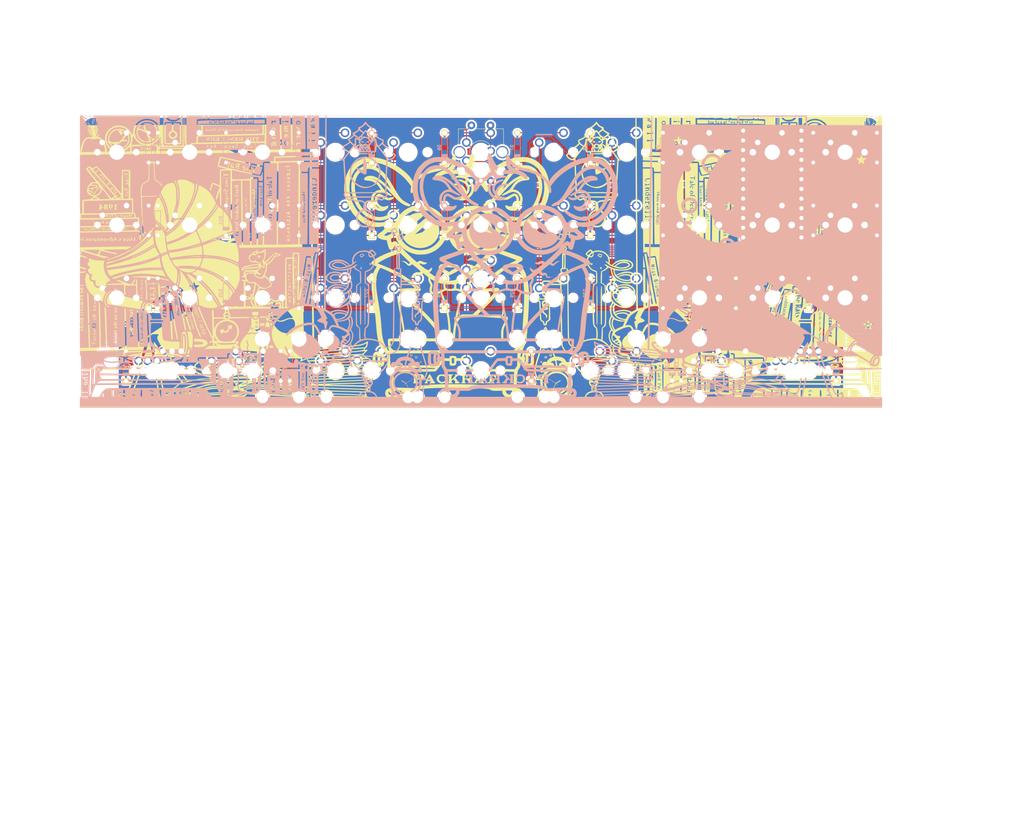
<source format=kicad_pcb>
(kicad_pcb (version 20171130) (host pcbnew "(5.1.4)-1")
  (layers (0 F.Cu signal) (31 B.Cu signal) (34 B.Paste user) (35 F.Paste user) (36 B.SilkS user hide) (37 F.SilkS user hide) (38 B.Mask user) (39 F.Mask user) (44 Edge.Cuts user))
  (net 0 "")
  (net 1 "Net-(D1-Pad2)")
  (net 2 "Net-(D2-Pad2)")
  (net 3 "Net-(D3-Pad2)")
  (net 4 "Net-(D4-Pad2)")
  (net 5 "Net-(D5-Pad2)")
  (net 6 "Net-(D7-Pad2)")
  (net 7 "Net-(D8-Pad2)")
  (net 8 "Net-(D9-Pad2)")
  (net 9 "Net-(D10-Pad2)")
  (net 10 "Net-(D11-Pad2)")
  (net 11 "Net-(D12-Pad2)")
  (net 12 "Net-(D13-Pad2)")
  (net 13 "Net-(D14-Pad2)")
  (net 14 "Net-(D15-Pad2)")
  (net 15 "Net-(D16-Pad2)")
  (net 16 "Net-(D17-Pad2)")
  (net 17 "Net-(D18-Pad2)")
  (net 18 "Net-(D19-Pad2)")
  (net 19 "Net-(D20-Pad2)")
  (net 20 "Net-(D21-Pad2)")
  (net 21 "Net-(D22-Pad2)")
  (net 22 "Net-(D23-Pad2)")
  (net 23 "Net-(D24-Pad2)")
  (net 24 "Net-(D25-Pad2)")
  (net 25 "Net-(D26-Pad2)")
  (net 26 "Net-(D27-Pad2)")
  (net 27 "Net-(D28-Pad2)")
  (net 28 "Net-(D29-Pad2)")
  (net 29 "Net-(D30-Pad2)")
  (net 30 "Net-(D31-Pad2)")
  (net 31 "Net-(D32-Pad2)")
  (net 32 "Net-(D33-Pad2)")
  (net 33 "Net-(D34-Pad2)")
  (net 34 "Net-(D35-Pad2)")
  (net 35 "Net-(D36-Pad2)")
  (net 36 "Net-(D37-Pad2)")
  (net 37 "Net-(D38-Pad2)")
  (net 38 "Net-(D39-Pad2)")
  (net 39 "Net-(D40-Pad2)")
  (net 40 M1)
  (net 41 GND)
  (net 42 PM1)
  (net 43 RST)
  (net 44 "Net-(U1-Pad24)")
  (net 45 "Net-(U1-Pad21)")
  (net 46 "Net-(U1-Pad18)")
  (net 47 ROW0)
  (net 48 ROW1)
  (net 49 ROW2)
  (net 50 ROW3)
  (net 51 COL5)
  (net 52 COL0)
  (net 53 COL1)
  (net 54 COL2)
  (net 55 COL3)
  (net 56 COL4)
  (net 57 COL6)
  (net 58 COL7)
  (net 59 COL8)
  (net 60 COL9)
  (net 61 COL10)
  (net 62 PM2)
  (module "packrat40_v5:rosie art v4" (layer B.Cu) (at 145.25686 66.67528 180)
    (fp_text reference G*** hide)
    (fp_text value LOGO hide)
  )
  (module "packrat40_v5:rosie art v4" (layer F.Cu) (at 145.25686 66.67528)
    (fp_text reference G*** hide)
    (fp_text value LOGO hide)
  )
  (module MX_Only:MXOnly-1U-NoLED (layer F.Cu) (at 221.45718 57.15024)
    (fp_text reference MX21)
    (fp_text value MX-NoLED)
    (pad 2 thru_hole circle (at 2.54 -5.08) (size 2.25 2.25) (drill 1.47) (layers *.Cu B.Mask) (net 20 "Net-(D21-Pad2)"))
    (pad "" np_thru_hole circle (at 0 0) (size 3.9878 3.9878) (drill 3.9878) (layers *.Cu *.Mask))
    (pad 1 thru_hole circle (at -3.81 -2.54) (size 2.25 2.25) (drill 1.47) (layers *.Cu B.Mask) (net 60 COL9))
    (pad "" np_thru_hole circle (at -5.08 0 48.0996) (size 1.75 1.75) (drill 1.75) (layers *.Cu *.Mask))
    (pad "" np_thru_hole circle (at 5.08 0 48.0996) (size 1.75 1.75) (drill 1.75) (layers *.Cu *.Mask))
  )
  (module MX_Only:MXOnly-3U-ReversedStabilizers-NoLED (layer F.Cu) (at 173.83198 95.2504)
    (fp_text reference MX38-3u1)
    (fp_text value MX-NoLED)
    (pad 2 thru_hole circle (at 2.54 -5.08) (size 2.25 2.25) (drill 1.47) (layers *.Cu B.Mask) (net 37 "Net-(D38-Pad2)"))
    (pad 1 thru_hole circle (at -3.81 -2.54 48.1) (size 2.25 2.25) (drill 1.47) (layers *.Cu B.Mask) (net 58 COL7))
    (pad "" np_thru_hole circle (at 0 0) (size 3.9878 3.9878) (drill 3.9878) (layers *.Cu *.Mask))
    (pad "" np_thru_hole circle (at -5.08 0 48.0996) (size 1.75 1.75) (drill 1.75) (layers *.Cu *.Mask))
    (pad "" np_thru_hole circle (at 5.08 0 48.0996) (size 1.75 1.75) (drill 1.75) (layers *.Cu *.Mask))
    (pad "" np_thru_hole circle (at -19.05 6.985) (size 3.048 3.048) (drill 3.048) (layers *.Cu *.Mask))
    (pad "" np_thru_hole circle (at 19.05 6.985) (size 3.048 3.048) (drill 3.048) (layers *.Cu *.Mask))
    (pad "" np_thru_hole circle (at -19.05 -8.255) (size 3.9878 3.9878) (drill 3.9878) (layers *.Cu *.Mask))
    (pad "" np_thru_hole circle (at 19.05 -8.255) (size 3.9878 3.9878) (drill 3.9878) (layers *.Cu *.Mask))
  )
  (module MX_Only:MXOnly-3U-ReversedStabilizers-NoLED (layer F.Cu) (at 116.68174 95.2504)
    (fp_text reference MX36-3u1)
    (fp_text value MX-NoLED)
    (pad 2 thru_hole circle (at 2.54 -5.08) (size 2.25 2.25) (drill 1.47) (layers *.Cu B.Mask) (net 35 "Net-(D36-Pad2)"))
    (pad 1 thru_hole circle (at -3.81 -2.54 48.1) (size 2.25 2.25) (drill 1.47) (layers *.Cu B.Mask) (net 55 COL3))
    (pad "" np_thru_hole circle (at 0 0) (size 3.9878 3.9878) (drill 3.9878) (layers *.Cu *.Mask))
    (pad "" np_thru_hole circle (at -5.08 0 48.0996) (size 1.75 1.75) (drill 1.75) (layers *.Cu *.Mask))
    (pad "" np_thru_hole circle (at 5.08 0 48.0996) (size 1.75 1.75) (drill 1.75) (layers *.Cu *.Mask))
    (pad "" np_thru_hole circle (at -19.05 6.985) (size 3.048 3.048) (drill 3.048) (layers *.Cu *.Mask))
    (pad "" np_thru_hole circle (at 19.05 6.985) (size 3.048 3.048) (drill 3.048) (layers *.Cu *.Mask))
    (pad "" np_thru_hole circle (at -19.05 -8.255) (size 3.9878 3.9878) (drill 3.9878) (layers *.Cu *.Mask))
    (pad "" np_thru_hole circle (at 19.05 -8.255) (size 3.9878 3.9878) (drill 3.9878) (layers *.Cu *.Mask))
  )
  (module MX_Only:MXOnly-6U-Centered-ReversedStabilizers-NoLED (layer F.Cu) (at 145.25686 95.2504)
    (fp_text reference MX37-6u1)
    (fp_text value MX-NoLED)
    (pad "" np_thru_hole circle (at 47.625 -8.255) (size 3.9878 3.9878) (drill 3.9878) (layers *.Cu *.Mask))
    (pad "" np_thru_hole circle (at -47.625 -8.255) (size 3.9878 3.9878) (drill 3.9878) (layers *.Cu *.Mask))
    (pad "" np_thru_hole circle (at 47.625 6.985) (size 3.048 3.048) (drill 3.048) (layers *.Cu *.Mask))
    (pad "" np_thru_hole circle (at -47.625 6.985) (size 3.048 3.048) (drill 3.048) (layers *.Cu *.Mask))
    (pad "" np_thru_hole circle (at 5.08 0 48.0996) (size 1.75 1.75) (drill 1.75) (layers *.Cu *.Mask))
    (pad "" np_thru_hole circle (at -5.08 0 48.0996) (size 1.75 1.75) (drill 1.75) (layers *.Cu *.Mask))
    (pad 1 thru_hole circle (at -3.81 -2.54) (size 2.25 2.25) (drill 1.47) (layers *.Cu B.Mask) (net 51 COL5))
    (pad "" np_thru_hole circle (at 0 0) (size 3.9878 3.9878) (drill 3.9878) (layers *.Cu *.Mask))
    (pad 2 thru_hole circle (at 2.54 -5.08) (size 2.25 2.25) (drill 1.47) (layers *.Cu B.Mask) (net 36 "Net-(D37-Pad2)"))
  )
  (module MX_Only:MXOnly-1U-NoLED (layer F.Cu) (at 230.98222 95.2504)
    (fp_text reference MX40-1u1)
    (fp_text value MX-NoLED)
    (pad 2 thru_hole circle (at 2.54 -5.08) (size 2.25 2.25) (drill 1.47) (layers *.Cu B.Mask) (net 39 "Net-(D40-Pad2)"))
    (pad "" np_thru_hole circle (at 0 0) (size 3.9878 3.9878) (drill 3.9878) (layers *.Cu *.Mask))
    (pad 1 thru_hole circle (at -3.81 -2.54) (size 2.25 2.25) (drill 1.47) (layers *.Cu B.Mask) (net 60 COL9))
    (pad "" np_thru_hole circle (at -5.08 0 48.0996) (size 1.75 1.75) (drill 1.75) (layers *.Cu *.Mask))
    (pad "" np_thru_hole circle (at 5.08 0 48.0996) (size 1.75 1.75) (drill 1.75) (layers *.Cu *.Mask))
  )
  (module MX_Only:MXOnly-1U-NoLED (layer F.Cu) (at 211.93214 95.2504)
    (fp_text reference MX39-1u1)
    (fp_text value MX-NoLED)
    (pad 2 thru_hole circle (at 2.54 -5.08) (size 2.25 2.25) (drill 1.47) (layers *.Cu B.Mask) (net 38 "Net-(D39-Pad2)"))
    (pad "" np_thru_hole circle (at 0 0) (size 3.9878 3.9878) (drill 3.9878) (layers *.Cu *.Mask))
    (pad 1 thru_hole circle (at -3.81 -2.54) (size 2.25 2.25) (drill 1.47) (layers *.Cu B.Mask) (net 59 COL8))
    (pad "" np_thru_hole circle (at -5.08 0 48.0996) (size 1.75 1.75) (drill 1.75) (layers *.Cu *.Mask))
    (pad "" np_thru_hole circle (at 5.08 0 48.0996) (size 1.75 1.75) (drill 1.75) (layers *.Cu *.Mask))
  )
  (module MX_Only:MXOnly-1U-NoLED (layer F.Cu) (at 78.58158 95.2504)
    (fp_text reference MX35-1u1)
    (fp_text value MX-NoLED)
    (pad 2 thru_hole circle (at 2.54 -5.08) (size 2.25 2.25) (drill 1.47) (layers *.Cu B.Mask) (net 34 "Net-(D35-Pad2)"))
    (pad "" np_thru_hole circle (at 0 0) (size 3.9878 3.9878) (drill 3.9878) (layers *.Cu *.Mask))
    (pad 1 thru_hole circle (at -3.81 -2.54) (size 2.25 2.25) (drill 1.47) (layers *.Cu B.Mask) (net 54 COL2))
    (pad "" np_thru_hole circle (at -5.08 0 48.0996) (size 1.75 1.75) (drill 1.75) (layers *.Cu *.Mask))
    (pad "" np_thru_hole circle (at 5.08 0 48.0996) (size 1.75 1.75) (drill 1.75) (layers *.Cu *.Mask))
  )
  (module MX_Only:MXOnly-1U-NoLED (layer F.Cu) (at 59.5315 95.2504)
    (fp_text reference MX34-1u1)
    (fp_text value MX-NoLED)
    (pad 2 thru_hole circle (at 2.54 -5.08) (size 2.25 2.25) (drill 1.47) (layers *.Cu B.Mask) (net 33 "Net-(D34-Pad2)"))
    (pad "" np_thru_hole circle (at 0 0) (size 3.9878 3.9878) (drill 3.9878) (layers *.Cu *.Mask))
    (pad 1 thru_hole circle (at -3.81 -2.54) (size 2.25 2.25) (drill 1.47) (layers *.Cu B.Mask) (net 53 COL1))
    (pad "" np_thru_hole circle (at -5.08 0 48.0996) (size 1.75 1.75) (drill 1.75) (layers *.Cu *.Mask))
    (pad "" np_thru_hole circle (at 5.08 0 48.0996) (size 1.75 1.75) (drill 1.75) (layers *.Cu *.Mask))
  )
  (module MX_Only:MXOnly-1.5U-NoLED (layer F.Cu) (at 226.2197 95.2504)
    (fp_text reference MX40-1.5u1)
    (fp_text value MX-NoLED)
    (pad 2 thru_hole circle (at 2.54 -5.08) (size 2.25 2.25) (drill 1.47) (layers *.Cu B.Mask) (net 39 "Net-(D40-Pad2)"))
    (pad "" np_thru_hole circle (at 0 0) (size 3.9878 3.9878) (drill 3.9878) (layers *.Cu *.Mask))
    (pad 1 thru_hole circle (at -3.81 -2.54) (size 2.25 2.25) (drill 1.47) (layers *.Cu B.Mask) (net 60 COL9))
    (pad "" np_thru_hole circle (at -5.08 0 48.0996) (size 1.75 1.75) (drill 1.75) (layers *.Cu *.Mask))
    (pad "" np_thru_hole circle (at 5.08 0 48.0996) (size 1.75 1.75) (drill 1.75) (layers *.Cu *.Mask))
  )
  (module MX_Only:MXOnly-7U-ReversedStabilizers-NoLED (layer F.Cu) (at 145.25686 95.2504)
    (fp_text reference MX37-7u1)
    (fp_text value MX-NoLED)
    (pad 2 thru_hole circle (at 2.54 -5.08) (size 2.25 2.25) (drill 1.47) (layers *.Cu B.Mask) (net 36 "Net-(D37-Pad2)"))
    (pad "" np_thru_hole circle (at 0 0) (size 3.9878 3.9878) (drill 3.9878) (layers *.Cu *.Mask))
    (pad 1 thru_hole circle (at -3.81 -2.54) (size 2.25 2.25) (drill 1.47) (layers *.Cu B.Mask) (net 51 COL5))
    (pad "" np_thru_hole circle (at -5.08 0 48.0996) (size 1.75 1.75) (drill 1.75) (layers *.Cu *.Mask))
    (pad "" np_thru_hole circle (at 5.08 0 48.0996) (size 1.75 1.75) (drill 1.75) (layers *.Cu *.Mask))
    (pad "" np_thru_hole circle (at -57.15 6.985) (size 3.048 3.048) (drill 3.048) (layers *.Cu *.Mask))
    (pad "" np_thru_hole circle (at 57.15 6.985) (size 3.048 3.048) (drill 3.048) (layers *.Cu *.Mask))
    (pad "" np_thru_hole circle (at -57.15 -8.255) (size 3.9878 3.9878) (drill 3.9878) (layers *.Cu *.Mask))
    (pad "" np_thru_hole circle (at 57.15 -8.255) (size 3.9878 3.9878) (drill 3.9878) (layers *.Cu *.Mask))
  )
  (module MX_Only:MXOnly-1.5U-NoLED (layer F.Cu) (at 64.29402 95.2504)
    (fp_text reference MX34-1.5u1)
    (fp_text value MX-NoLED)
    (pad 2 thru_hole circle (at 2.54 -5.08) (size 2.25 2.25) (drill 1.47) (layers *.Cu B.Mask) (net 33 "Net-(D34-Pad2)"))
    (pad "" np_thru_hole circle (at 0 0) (size 3.9878 3.9878) (drill 3.9878) (layers *.Cu *.Mask))
    (pad 1 thru_hole circle (at -3.81 -2.54) (size 2.25 2.25) (drill 1.47) (layers *.Cu B.Mask) (net 53 COL1))
    (pad "" np_thru_hole circle (at -5.08 0 48.0996) (size 1.75 1.75) (drill 1.75) (layers *.Cu *.Mask))
    (pad "" np_thru_hole circle (at 5.08 0 48.0996) (size 1.75 1.75) (drill 1.75) (layers *.Cu *.Mask))
  )
  (module MX_Only:MXOnly-1U-NoLED (layer F.Cu) (at 183.35702 95.2504)
    (fp_text reference MX38-1u1)
    (fp_text value MX-NoLED)
    (pad 2 thru_hole circle (at 2.54 -5.08) (size 2.25 2.25) (drill 1.47) (layers *.Cu B.Mask) (net 37 "Net-(D38-Pad2)"))
    (pad "" np_thru_hole circle (at 0 0) (size 3.9878 3.9878) (drill 3.9878) (layers *.Cu *.Mask))
    (pad 1 thru_hole circle (at -3.81 -2.54) (size 2.25 2.25) (drill 1.47) (layers *.Cu B.Mask) (net 58 COL7))
    (pad "" np_thru_hole circle (at -5.08 0 48.0996) (size 1.75 1.75) (drill 1.75) (layers *.Cu *.Mask))
    (pad "" np_thru_hole circle (at 5.08 0 48.0996) (size 1.75 1.75) (drill 1.75) (layers *.Cu *.Mask))
  )
  (module MX_Only:MXOnly-3U-ReversedStabilizers-NoLED (layer F.Cu) (at 145.25686 95.2504)
    (fp_text reference MX37-3u1)
    (fp_text value MX-NoLED)
    (pad 2 thru_hole circle (at 2.54 -5.08) (size 2.25 2.25) (drill 1.47) (layers *.Cu B.Mask) (net 36 "Net-(D37-Pad2)"))
    (pad 1 thru_hole circle (at -3.81 -2.54 48.1) (size 2.25 2.25) (drill 1.47) (layers *.Cu B.Mask) (net 51 COL5))
    (pad "" np_thru_hole circle (at 0 0) (size 3.9878 3.9878) (drill 3.9878) (layers *.Cu *.Mask))
    (pad "" np_thru_hole circle (at -5.08 0 48.0996) (size 1.75 1.75) (drill 1.75) (layers *.Cu *.Mask))
    (pad "" np_thru_hole circle (at 5.08 0 48.0996) (size 1.75 1.75) (drill 1.75) (layers *.Cu *.Mask))
    (pad "" np_thru_hole circle (at -19.05 6.985) (size 3.048 3.048) (drill 3.048) (layers *.Cu *.Mask))
    (pad "" np_thru_hole circle (at 19.05 6.985) (size 3.048 3.048) (drill 3.048) (layers *.Cu *.Mask))
    (pad "" np_thru_hole circle (at -19.05 -8.255) (size 3.9878 3.9878) (drill 3.9878) (layers *.Cu *.Mask))
    (pad "" np_thru_hole circle (at 19.05 -8.255) (size 3.9878 3.9878) (drill 3.9878) (layers *.Cu *.Mask))
  )
  (module MX_Only:MXOnly-1U-NoLED (layer F.Cu) (at 107.1567 95.2504)
    (fp_text reference MX36-1u1)
    (fp_text value MX-NoLED)
    (pad 2 thru_hole circle (at 2.54 -5.08) (size 2.25 2.25) (drill 1.47) (layers *.Cu B.Mask) (net 35 "Net-(D36-Pad2)"))
    (pad "" np_thru_hole circle (at 0 0) (size 3.9878 3.9878) (drill 3.9878) (layers *.Cu *.Mask))
    (pad 1 thru_hole circle (at -3.81 -2.54) (size 2.25 2.25) (drill 1.47) (layers *.Cu B.Mask) (net 55 COL3))
    (pad "" np_thru_hole circle (at -5.08 0 48.0996) (size 1.75 1.75) (drill 1.75) (layers *.Cu *.Mask))
    (pad "" np_thru_hole circle (at 5.08 0 48.0996) (size 1.75 1.75) (drill 1.75) (layers *.Cu *.Mask))
  )
  (module MX_Only:MXOnly-1.5U-Vertical-NoLED (layer F.Cu) (at 145.25686 42.86268)
    (fp_text reference MX6-1.5u1)
    (fp_text value MX-NoLED)
    (pad "" np_thru_hole circle (at 5.08 0 48.0996) (size 1.75 1.75) (drill 1.75) (layers *.Cu *.Mask))
    (pad "" np_thru_hole circle (at -5.08 0 48.0996) (size 1.75 1.75) (drill 1.75) (layers *.Cu *.Mask))
    (pad 1 thru_hole circle (at -3.81 -2.54) (size 2.25 2.25) (drill 1.47) (layers *.Cu B.Mask) (net 51 COL5))
    (pad "" np_thru_hole circle (at 0 0) (size 3.9878 3.9878) (drill 3.9878) (layers *.Cu *.Mask))
    (pad 2 thru_hole circle (at 2.54 -5.08) (size 2.25 2.25) (drill 1.47) (layers *.Cu B.Mask) (net 40 M1))
  )
  (module MX_Only:MXOnly-1.5U-Vertical-NoLED (layer F.Cu) (at 145.25686 71.4378)
    (fp_text reference MX28-1.5u1)
    (fp_text value MX-NoLED)
    (pad "" np_thru_hole circle (at 5.08 0 48.0996) (size 1.75 1.75) (drill 1.75) (layers *.Cu *.Mask))
    (pad "" np_thru_hole circle (at -5.08 0 48.0996) (size 1.75 1.75) (drill 1.75) (layers *.Cu *.Mask))
    (pad 1 thru_hole circle (at -3.81 -2.54) (size 2.25 2.25) (drill 1.47) (layers *.Cu B.Mask) (net 51 COL5))
    (pad "" np_thru_hole circle (at 0 0) (size 3.9878 3.9878) (drill 3.9878) (layers *.Cu *.Mask))
    (pad 2 thru_hole circle (at 2.54 -5.08) (size 2.25 2.25) (drill 1.47) (layers *.Cu B.Mask) (net 27 "Net-(D28-Pad2)"))
  )
  (module keebio-parts:ArduinoProMicro (layer F.Cu) (at 221.45718 46.43457 270)
    (fp_text reference U1 hide)
    (fp_text value ProMicro hide)
    (fp_text user ST (at -8.91 -5.04) (layer B.SilkS) (effects (font (size 0.8 0.8)) (justify mirror)))
    (fp_text user TX0/D3 (at -13.97 3.571872) (layer F.SilkS) (effects (font (size 0.8 0.8))))
    (fp_text user TX0/D3 (at -13.97 3.571872) (layer B.SilkS) (effects (font (size 0.8 0.8)) (justify mirror)))
    (fp_text user D2 (at -11.43 5.461) (layer F.SilkS) (effects (font (size 0.8 0.8))))
    (fp_text user D0 (at -1.27 5.461) (layer F.SilkS) (effects (font (size 0.8 0.8))))
    (fp_text user D1 (at -3.81 5.461) (layer F.SilkS) (effects (font (size 0.8 0.8))))
    (fp_text user GND (at -6.35 5.461) (layer F.SilkS) (effects (font (size 0.8 0.8))))
    (fp_text user GND (at -8.89 5.461) (layer F.SilkS) (effects (font (size 0.8 0.8))))
    (fp_text user D4 (at 1.27 5.461) (layer F.SilkS) (effects (font (size 0.8 0.8))))
    (fp_text user C6 (at 3.81 5.461) (layer F.SilkS) (effects (font (size 0.8 0.8))))
    (fp_text user D7 (at 6.35 5.461) (layer F.SilkS) (effects (font (size 0.8 0.8))))
    (fp_text user E6 (at 8.89 5.461) (layer F.SilkS) (effects (font (size 0.8 0.8))))
    (fp_text user B4 (at 11.43 5.461) (layer F.SilkS) (effects (font (size 0.8 0.8))))
    (fp_text user B5 (at 13.97 5.461) (layer F.SilkS) (effects (font (size 0.8 0.8))))
    (fp_text user B6 (at 13.97 -5.461) (layer F.SilkS) (effects (font (size 0.8 0.8))))
    (fp_text user B2 (at 11.43 -5.461) (layer B.SilkS) (effects (font (size 0.8 0.8)) (justify mirror)))
    (fp_text user B3 (at 8.89 -5.461) (layer F.SilkS) (effects (font (size 0.8 0.8))))
    (fp_text user B1 (at 6.35 -5.461) (layer F.SilkS) (effects (font (size 0.8 0.8))))
    (fp_text user F7 (at 3.81 -5.461) (layer B.SilkS) (effects (font (size 0.8 0.8)) (justify mirror)))
    (fp_text user F6 (at 1.27 -5.461) (layer B.SilkS) (effects (font (size 0.8 0.8)) (justify mirror)))
    (fp_text user F5 (at -1.27 -5.461) (layer B.SilkS) (effects (font (size 0.8 0.8)) (justify mirror)))
    (fp_text user F4 (at -3.81 -5.461) (layer F.SilkS) (effects (font (size 0.8 0.8))))
    (fp_text user VCC (at -6.35 -5.461) (layer F.SilkS) (effects (font (size 0.8 0.8))))
    (fp_text user ST (at -8.92 -5.73312) (layer F.SilkS) (effects (font (size 0.8 0.8))))
    (fp_text user GND (at -11.43 -5.461) (layer F.SilkS) (effects (font (size 0.8 0.8))))
    (fp_text user RAW (at -13.97 -5.461) (layer F.SilkS) (effects (font (size 0.8 0.8))))
    (fp_text user RAW (at -13.97 -5.461) (layer B.SilkS) (effects (font (size 0.8 0.8)) (justify mirror)))
    (fp_text user GND (at -11.43 -5.461) (layer B.SilkS) (effects (font (size 0.8 0.8)) (justify mirror)))
    (fp_text user VCC (at -6.35 -5.461) (layer B.SilkS) (effects (font (size 0.8 0.8)) (justify mirror)))
    (fp_text user F4 (at -3.81 -5.461) (layer B.SilkS) (effects (font (size 0.8 0.8)) (justify mirror)))
    (fp_text user F5 (at -1.27 -5.461) (layer F.SilkS) (effects (font (size 0.8 0.8))))
    (fp_text user F6 (at 1.27 -5.461) (layer F.SilkS) (effects (font (size 0.8 0.8))))
    (fp_text user F7 (at 3.81 -5.461) (layer F.SilkS) (effects (font (size 0.8 0.8))))
    (fp_text user B1 (at 6.35 -5.461) (layer B.SilkS) (effects (font (size 0.8 0.8)) (justify mirror)))
    (fp_text user B3 (at 8.89 -5.461) (layer B.SilkS) (effects (font (size 0.8 0.8)) (justify mirror)))
    (fp_text user B2 (at 11.43 -5.461) (layer F.SilkS) (effects (font (size 0.8 0.8))))
    (fp_text user B6 (at 13.97 -5.461) (layer B.SilkS) (effects (font (size 0.8 0.8)) (justify mirror)))
    (fp_text user B5 (at 13.97 5.461) (layer B.SilkS) (effects (font (size 0.8 0.8)) (justify mirror)))
    (fp_text user B4 (at 11.43 5.461) (layer B.SilkS) (effects (font (size 0.8 0.8)) (justify mirror)))
    (fp_text user E6 (at 8.89 5.461) (layer B.SilkS) (effects (font (size 0.8 0.8)) (justify mirror)))
    (fp_text user D7 (at 6.35 5.461) (layer B.SilkS) (effects (font (size 0.8 0.8)) (justify mirror)))
    (fp_text user C6 (at 3.81 5.461) (layer B.SilkS) (effects (font (size 0.8 0.8)) (justify mirror)))
    (fp_text user D4 (at 1.27 5.461) (layer B.SilkS) (effects (font (size 0.8 0.8)) (justify mirror)))
    (fp_text user GND (at -8.89 5.461) (layer B.SilkS) (effects (font (size 0.8 0.8)) (justify mirror)))
    (fp_text user GND (at -6.35 5.461) (layer B.SilkS) (effects (font (size 0.8 0.8)) (justify mirror)))
    (fp_text user D1 (at -3.81 5.461) (layer B.SilkS) (effects (font (size 0.8 0.8)) (justify mirror)))
    (fp_text user D0 (at -1.27 5.461) (layer B.SilkS) (effects (font (size 0.8 0.8)) (justify mirror)))
    (fp_text user D2 (at -11.43 5.461) (layer B.SilkS) (effects (font (size 0.8 0.8)) (justify mirror)))
    (pad 24 thru_hole circle (at -13.97 -7.62 270) (size 1.7526 1.7526) (drill 1.0922) (layers *.Cu *.SilkS *.Mask) (net 44 "Net-(U1-Pad24)"))
    (pad 12 thru_hole circle (at 13.97 7.62 270) (size 1.7526 1.7526) (drill 1.0922) (layers *.Cu *.SilkS *.Mask) (net 60 COL9))
    (pad 23 thru_hole circle (at -11.43 -7.62 270) (size 1.7526 1.7526) (drill 1.0922) (layers *.Cu *.SilkS *.Mask) (net 41 GND))
    (pad 22 thru_hole circle (at -8.89 -7.62 270) (size 1.7526 1.7526) (drill 1.0922) (layers *.Cu *.SilkS *.Mask) (net 43 RST))
    (pad 21 thru_hole circle (at -6.35 -7.62 270) (size 1.7526 1.7526) (drill 1.0922) (layers *.Cu *.SilkS *.Mask) (net 45 "Net-(U1-Pad21)"))
    (pad 20 thru_hole circle (at -3.81 -7.62 270) (size 1.7526 1.7526) (drill 1.0922) (layers *.Cu *.SilkS *.Mask) (net 42 PM1))
    (pad 19 thru_hole circle (at -1.27 -7.62 270) (size 1.7526 1.7526) (drill 1.0922) (layers *.Cu *.SilkS *.Mask) (net 62 PM2))
    (pad 18 thru_hole circle (at 1.27 -7.62 270) (size 1.7526 1.7526) (drill 1.0922) (layers *.Cu *.SilkS *.Mask) (net 46 "Net-(U1-Pad18)"))
    (pad 17 thru_hole circle (at 3.81 -7.62 270) (size 1.7526 1.7526) (drill 1.0922) (layers *.Cu *.SilkS *.Mask) (net 47 ROW0))
    (pad 16 thru_hole circle (at 6.35 -7.62 270) (size 1.7526 1.7526) (drill 1.0922) (layers *.Cu *.SilkS *.Mask) (net 48 ROW1))
    (pad 15 thru_hole circle (at 8.89 -7.62 270) (size 1.7526 1.7526) (drill 1.0922) (layers *.Cu *.SilkS *.Mask) (net 61 COL10))
    (pad 14 thru_hole circle (at 11.43 -7.62 270) (size 1.7526 1.7526) (drill 1.0922) (layers *.Cu *.SilkS *.Mask) (net 50 ROW3))
    (pad 13 thru_hole circle (at 13.97 -7.62 270) (size 1.7526 1.7526) (drill 1.0922) (layers *.Cu *.SilkS *.Mask) (net 49 ROW2))
    (pad 11 thru_hole circle (at 11.43 7.62 270) (size 1.7526 1.7526) (drill 1.0922) (layers *.Cu *.SilkS *.Mask) (net 59 COL8))
    (pad 10 thru_hole circle (at 8.89 7.62 270) (size 1.7526 1.7526) (drill 1.0922) (layers *.Cu *.SilkS *.Mask) (net 58 COL7))
    (pad 9 thru_hole circle (at 6.35 7.62 270) (size 1.7526 1.7526) (drill 1.0922) (layers *.Cu *.SilkS *.Mask) (net 57 COL6))
    (pad 8 thru_hole circle (at 3.81 7.62 270) (size 1.7526 1.7526) (drill 1.0922) (layers *.Cu *.SilkS *.Mask) (net 51 COL5))
    (pad 7 thru_hole circle (at 1.27 7.62 270) (size 1.7526 1.7526) (drill 1.0922) (layers *.Cu *.SilkS *.Mask) (net 56 COL4))
    (pad 6 thru_hole circle (at -1.27 7.62 270) (size 1.7526 1.7526) (drill 1.0922) (layers *.Cu *.SilkS *.Mask) (net 55 COL3))
    (pad 5 thru_hole circle (at -3.81 7.62 270) (size 1.7526 1.7526) (drill 1.0922) (layers *.Cu *.SilkS *.Mask) (net 54 COL2))
    (pad 4 thru_hole circle (at -6.35 7.62 270) (size 1.7526 1.7526) (drill 1.0922) (layers *.Cu *.SilkS *.Mask) (net 41 GND))
    (pad 3 thru_hole circle (at -8.89 7.62 270) (size 1.7526 1.7526) (drill 1.0922) (layers *.Cu *.SilkS *.Mask) (net 41 GND))
    (pad 2 thru_hole circle (at -11.43 7.62 270) (size 1.7526 1.7526) (drill 1.0922) (layers *.Cu *.SilkS *.Mask) (net 53 COL1))
    (pad 1 thru_hole rect (at -13.97 7.62 270) (size 1.7526 1.7526) (drill 1.0922) (layers *.Cu *.SilkS *.Mask) (net 52 COL0))
  )
  (module random-keyboard-parts:SKQG-1155865 (layer B.Cu) (at 236.93537 47.6252 270)
    (fp_text reference SW1 (at 0 -4.064 90) (layer B.SilkS) (effects (justify mirror)))
    (fp_text value SW_Push)
    (pad 4 smd rect (at -3.1 -1.85 270) (size 1.8 1.1) (layers B.Cu B.Paste B.Mask))
    (pad 3 smd rect (at 3.1 1.85 270) (size 1.8 1.1) (layers B.Cu B.Paste B.Mask))
    (pad 2 smd rect (at -3.1 1.85 270) (size 1.8 1.1) (layers B.Cu B.Paste B.Mask) (net 43 RST))
    (pad 1 smd rect (at 3.1 -1.85 270) (size 1.8 1.1) (layers B.Cu B.Paste B.Mask) (net 41 GND))
  )
  (module MX_Only:MXOnly-1.25U-NoLED (layer F.Cu) (at 228.60096 95.2504)
    (fp_text reference MX40)
    (fp_text value MX-NoLED)
    (pad 2 thru_hole circle (at 2.54 -5.08) (size 2.25 2.25) (drill 1.47) (layers *.Cu B.Mask) (net 39 "Net-(D40-Pad2)"))
    (pad "" np_thru_hole circle (at 0 0) (size 3.9878 3.9878) (drill 3.9878) (layers *.Cu *.Mask))
    (pad 1 thru_hole circle (at -3.81 -2.54) (size 2.25 2.25) (drill 1.47) (layers *.Cu B.Mask) (net 60 COL9))
    (pad "" np_thru_hole circle (at -5.08 0 48.0996) (size 1.75 1.75) (drill 1.75) (layers *.Cu *.Mask))
    (pad "" np_thru_hole circle (at 5.08 0 48.0996) (size 1.75 1.75) (drill 1.75) (layers *.Cu *.Mask))
  )
  (module MX_Only:MXOnly-1.25U-NoLED (layer F.Cu) (at 204.78836 95.2504)
    (fp_text reference MX39)
    (fp_text value MX-NoLED)
    (pad 2 thru_hole circle (at 2.54 -5.08) (size 2.25 2.25) (drill 1.47) (layers *.Cu B.Mask) (net 38 "Net-(D39-Pad2)"))
    (pad "" np_thru_hole circle (at 0 0) (size 3.9878 3.9878) (drill 3.9878) (layers *.Cu *.Mask))
    (pad 1 thru_hole circle (at -3.81 -2.54) (size 2.25 2.25) (drill 1.47) (layers *.Cu B.Mask) (net 59 COL8))
    (pad "" np_thru_hole circle (at -5.08 0 48.0996) (size 1.75 1.75) (drill 1.75) (layers *.Cu *.Mask))
    (pad "" np_thru_hole circle (at 5.08 0 48.0996) (size 1.75 1.75) (drill 1.75) (layers *.Cu *.Mask))
  )
  (module MX_Only:MXOnly-2U-ReversedStabilizers-NoLED (layer F.Cu) (at 173.83198 95.2504)
    (fp_text reference MX38)
    (fp_text value MX-NoLED)
    (pad 2 thru_hole circle (at 2.54 -5.08) (size 2.25 2.25) (drill 1.47) (layers *.Cu B.Mask) (net 37 "Net-(D38-Pad2)"))
    (pad "" np_thru_hole circle (at 0 0) (size 3.9878 3.9878) (drill 3.9878) (layers *.Cu *.Mask))
    (pad 1 thru_hole circle (at -3.81 -2.54) (size 2.25 2.25) (drill 1.47) (layers *.Cu B.Mask) (net 58 COL7))
    (pad "" np_thru_hole circle (at -5.08 0 48.0996) (size 1.75 1.75) (drill 1.75) (layers *.Cu *.Mask))
    (pad "" np_thru_hole circle (at 5.08 0 48.0996) (size 1.75 1.75) (drill 1.75) (layers *.Cu *.Mask))
    (pad "" np_thru_hole circle (at -11.90625 6.985) (size 3.048 3.048) (drill 3.048) (layers *.Cu *.Mask))
    (pad "" np_thru_hole circle (at 11.90625 6.985) (size 3.048 3.048) (drill 3.048) (layers *.Cu *.Mask))
    (pad "" np_thru_hole circle (at -11.90625 -8.255) (size 3.9878 3.9878) (drill 3.9878) (layers *.Cu *.Mask))
    (pad "" np_thru_hole circle (at 11.90625 -8.255) (size 3.9878 3.9878) (drill 3.9878) (layers *.Cu *.Mask))
  )
  (module MX_Only:MXOnly-1U-NoLED (layer F.Cu) (at 145.25686 95.2504)
    (fp_text reference MX37)
    (fp_text value MX-NoLED)
    (pad 2 thru_hole circle (at 2.54 -5.08) (size 2.25 2.25) (drill 1.47) (layers *.Cu B.Mask) (net 36 "Net-(D37-Pad2)"))
    (pad "" np_thru_hole circle (at 0 0) (size 3.9878 3.9878) (drill 3.9878) (layers *.Cu *.Mask))
    (pad 1 thru_hole circle (at -3.81 -2.54) (size 2.25 2.25) (drill 1.47) (layers *.Cu B.Mask) (net 51 COL5))
    (pad "" np_thru_hole circle (at -5.08 0 48.0996) (size 1.75 1.75) (drill 1.75) (layers *.Cu *.Mask))
    (pad "" np_thru_hole circle (at 5.08 0 48.0996) (size 1.75 1.75) (drill 1.75) (layers *.Cu *.Mask))
  )
  (module MX_Only:MXOnly-2U-ReversedStabilizers-NoLED (layer F.Cu) (at 116.68174 95.2504)
    (fp_text reference MX36)
    (fp_text value MX-NoLED)
    (pad 2 thru_hole circle (at 2.54 -5.08) (size 2.25 2.25) (drill 1.47) (layers *.Cu B.Mask) (net 35 "Net-(D36-Pad2)"))
    (pad "" np_thru_hole circle (at 0 0) (size 3.9878 3.9878) (drill 3.9878) (layers *.Cu *.Mask))
    (pad 1 thru_hole circle (at -3.81 -2.54) (size 2.25 2.25) (drill 1.47) (layers *.Cu B.Mask) (net 55 COL3))
    (pad "" np_thru_hole circle (at -5.08 0 48.0996) (size 1.75 1.75) (drill 1.75) (layers *.Cu *.Mask))
    (pad "" np_thru_hole circle (at 5.08 0 48.0996) (size 1.75 1.75) (drill 1.75) (layers *.Cu *.Mask))
    (pad "" np_thru_hole circle (at -11.90625 6.985) (size 3.048 3.048) (drill 3.048) (layers *.Cu *.Mask))
    (pad "" np_thru_hole circle (at 11.90625 6.985) (size 3.048 3.048) (drill 3.048) (layers *.Cu *.Mask))
    (pad "" np_thru_hole circle (at -11.90625 -8.255) (size 3.9878 3.9878) (drill 3.9878) (layers *.Cu *.Mask))
    (pad "" np_thru_hole circle (at 11.90625 -8.255) (size 3.9878 3.9878) (drill 3.9878) (layers *.Cu *.Mask))
  )
  (module MX_Only:MXOnly-1.25U-NoLED (layer F.Cu) (at 85.72536 95.2504)
    (fp_text reference MX35)
    (fp_text value MX-NoLED)
    (pad 2 thru_hole circle (at 2.54 -5.08) (size 2.25 2.25) (drill 1.47) (layers *.Cu B.Mask) (net 34 "Net-(D35-Pad2)"))
    (pad "" np_thru_hole circle (at 0 0) (size 3.9878 3.9878) (drill 3.9878) (layers *.Cu *.Mask))
    (pad 1 thru_hole circle (at -3.81 -2.54) (size 2.25 2.25) (drill 1.47) (layers *.Cu B.Mask) (net 54 COL2))
    (pad "" np_thru_hole circle (at -5.08 0 48.0996) (size 1.75 1.75) (drill 1.75) (layers *.Cu *.Mask))
    (pad "" np_thru_hole circle (at 5.08 0 48.0996) (size 1.75 1.75) (drill 1.75) (layers *.Cu *.Mask))
  )
  (module MX_Only:MXOnly-1.25U-NoLED (layer F.Cu) (at 61.91276 95.2504)
    (fp_text reference MX34)
    (fp_text value MX-NoLED)
    (pad 2 thru_hole circle (at 2.54 -5.08) (size 2.25 2.25) (drill 1.47) (layers *.Cu B.Mask) (net 33 "Net-(D34-Pad2)"))
    (pad "" np_thru_hole circle (at 0 0) (size 3.9878 3.9878) (drill 3.9878) (layers *.Cu *.Mask))
    (pad 1 thru_hole circle (at -3.81 -2.54) (size 2.25 2.25) (drill 1.47) (layers *.Cu B.Mask) (net 53 COL1))
    (pad "" np_thru_hole circle (at -5.08 0 48.0996) (size 1.75 1.75) (drill 1.75) (layers *.Cu *.Mask))
    (pad "" np_thru_hole circle (at 5.08 0 48.0996) (size 1.75 1.75) (drill 1.75) (layers *.Cu *.Mask))
  )
  (module MX_Only:MXOnly-1U-NoLED (layer F.Cu) (at 240.50726 76.20032)
    (fp_text reference MX33)
    (fp_text value MX-NoLED)
    (pad 2 thru_hole circle (at 2.54 -5.08) (size 2.25 2.25) (drill 1.47) (layers *.Cu B.Mask) (net 32 "Net-(D33-Pad2)"))
    (pad "" np_thru_hole circle (at 0 0) (size 3.9878 3.9878) (drill 3.9878) (layers *.Cu *.Mask))
    (pad 1 thru_hole circle (at -3.81 -2.54) (size 2.25 2.25) (drill 1.47) (layers *.Cu B.Mask) (net 61 COL10))
    (pad "" np_thru_hole circle (at -5.08 0 48.0996) (size 1.75 1.75) (drill 1.75) (layers *.Cu *.Mask))
    (pad "" np_thru_hole circle (at 5.08 0 48.0996) (size 1.75 1.75) (drill 1.75) (layers *.Cu *.Mask))
  )
  (module MX_Only:MXOnly-1U-NoLED (layer F.Cu) (at 221.45718 76.20032)
    (fp_text reference MX32)
    (fp_text value MX-NoLED)
    (pad 2 thru_hole circle (at 2.54 -5.08) (size 2.25 2.25) (drill 1.47) (layers *.Cu B.Mask) (net 31 "Net-(D32-Pad2)"))
    (pad "" np_thru_hole circle (at 0 0) (size 3.9878 3.9878) (drill 3.9878) (layers *.Cu *.Mask))
    (pad 1 thru_hole circle (at -3.81 -2.54) (size 2.25 2.25) (drill 1.47) (layers *.Cu B.Mask) (net 60 COL9))
    (pad "" np_thru_hole circle (at -5.08 0 48.0996) (size 1.75 1.75) (drill 1.75) (layers *.Cu *.Mask))
    (pad "" np_thru_hole circle (at 5.08 0 48.0996) (size 1.75 1.75) (drill 1.75) (layers *.Cu *.Mask))
  )
  (module MX_Only:MXOnly-1U-NoLED (layer F.Cu) (at 202.4071 76.20032)
    (fp_text reference MX31)
    (fp_text value MX-NoLED)
    (pad 2 thru_hole circle (at 2.54 -5.08) (size 2.25 2.25) (drill 1.47) (layers *.Cu B.Mask) (net 30 "Net-(D31-Pad2)"))
    (pad "" np_thru_hole circle (at 0 0) (size 3.9878 3.9878) (drill 3.9878) (layers *.Cu *.Mask))
    (pad 1 thru_hole circle (at -3.81 -2.54) (size 2.25 2.25) (drill 1.47) (layers *.Cu B.Mask) (net 59 COL8))
    (pad "" np_thru_hole circle (at -5.08 0 48.0996) (size 1.75 1.75) (drill 1.75) (layers *.Cu *.Mask))
    (pad "" np_thru_hole circle (at 5.08 0 48.0996) (size 1.75 1.75) (drill 1.75) (layers *.Cu *.Mask))
  )
  (module MX_Only:MXOnly-1U-NoLED (layer F.Cu) (at 183.35702 76.20032)
    (fp_text reference MX30)
    (fp_text value MX-NoLED)
    (pad 2 thru_hole circle (at 2.54 -5.08) (size 2.25 2.25) (drill 1.47) (layers *.Cu B.Mask) (net 29 "Net-(D30-Pad2)"))
    (pad "" np_thru_hole circle (at 0 0) (size 3.9878 3.9878) (drill 3.9878) (layers *.Cu *.Mask))
    (pad 1 thru_hole circle (at -3.81 -2.54) (size 2.25 2.25) (drill 1.47) (layers *.Cu B.Mask) (net 58 COL7))
    (pad "" np_thru_hole circle (at -5.08 0 48.0996) (size 1.75 1.75) (drill 1.75) (layers *.Cu *.Mask))
    (pad "" np_thru_hole circle (at 5.08 0 48.0996) (size 1.75 1.75) (drill 1.75) (layers *.Cu *.Mask))
  )
  (module MX_Only:MXOnly-1U-NoLED (layer F.Cu) (at 164.30694 76.20032)
    (fp_text reference MX29)
    (fp_text value MX-NoLED)
    (pad 2 thru_hole circle (at 2.54 -5.08) (size 2.25 2.25) (drill 1.47) (layers *.Cu B.Mask) (net 28 "Net-(D29-Pad2)"))
    (pad "" np_thru_hole circle (at 0 0) (size 3.9878 3.9878) (drill 3.9878) (layers *.Cu *.Mask))
    (pad 1 thru_hole circle (at -3.81 -2.54) (size 2.25 2.25) (drill 1.47) (layers *.Cu B.Mask) (net 57 COL6))
    (pad "" np_thru_hole circle (at -5.08 0 48.0996) (size 1.75 1.75) (drill 1.75) (layers *.Cu *.Mask))
    (pad "" np_thru_hole circle (at 5.08 0 48.0996) (size 1.75 1.75) (drill 1.75) (layers *.Cu *.Mask))
  )
  (module MX_Only:MXOnly-1U-NoLED (layer F.Cu) (at 145.25686 76.20032)
    (fp_text reference MX28)
    (fp_text value MX-NoLED)
    (pad 2 thru_hole circle (at 2.54 -5.08) (size 2.25 2.25) (drill 1.47) (layers *.Cu B.Mask) (net 27 "Net-(D28-Pad2)"))
    (pad "" np_thru_hole circle (at 0 0) (size 3.9878 3.9878) (drill 3.9878) (layers *.Cu *.Mask))
    (pad 1 thru_hole circle (at -3.81 -2.54) (size 2.25 2.25) (drill 1.47) (layers *.Cu B.Mask) (net 51 COL5))
    (pad "" np_thru_hole circle (at -5.08 0 48.0996) (size 1.75 1.75) (drill 1.75) (layers *.Cu *.Mask))
    (pad "" np_thru_hole circle (at 5.08 0 48.0996) (size 1.75 1.75) (drill 1.75) (layers *.Cu *.Mask))
  )
  (module MX_Only:MXOnly-1U-NoLED (layer F.Cu) (at 126.20678 76.20032)
    (fp_text reference MX27)
    (fp_text value MX-NoLED)
    (pad 2 thru_hole circle (at 2.54 -5.08) (size 2.25 2.25) (drill 1.47) (layers *.Cu B.Mask) (net 26 "Net-(D27-Pad2)"))
    (pad "" np_thru_hole circle (at 0 0) (size 3.9878 3.9878) (drill 3.9878) (layers *.Cu *.Mask))
    (pad 1 thru_hole circle (at -3.81 -2.54) (size 2.25 2.25) (drill 1.47) (layers *.Cu B.Mask) (net 56 COL4))
    (pad "" np_thru_hole circle (at -5.08 0 48.0996) (size 1.75 1.75) (drill 1.75) (layers *.Cu *.Mask))
    (pad "" np_thru_hole circle (at 5.08 0 48.0996) (size 1.75 1.75) (drill 1.75) (layers *.Cu *.Mask))
  )
  (module MX_Only:MXOnly-1U-NoLED (layer F.Cu) (at 107.1567 76.20032)
    (fp_text reference MX26)
    (fp_text value MX-NoLED)
    (pad 2 thru_hole circle (at 2.54 -5.08) (size 2.25 2.25) (drill 1.47) (layers *.Cu B.Mask) (net 25 "Net-(D26-Pad2)"))
    (pad "" np_thru_hole circle (at 0 0) (size 3.9878 3.9878) (drill 3.9878) (layers *.Cu *.Mask))
    (pad 1 thru_hole circle (at -3.81 -2.54) (size 2.25 2.25) (drill 1.47) (layers *.Cu B.Mask) (net 55 COL3))
    (pad "" np_thru_hole circle (at -5.08 0 48.0996) (size 1.75 1.75) (drill 1.75) (layers *.Cu *.Mask))
    (pad "" np_thru_hole circle (at 5.08 0 48.0996) (size 1.75 1.75) (drill 1.75) (layers *.Cu *.Mask))
  )
  (module MX_Only:MXOnly-1U-NoLED (layer F.Cu) (at 88.10662 76.20032)
    (fp_text reference MX25)
    (fp_text value MX-NoLED)
    (pad 2 thru_hole circle (at 2.54 -5.08) (size 2.25 2.25) (drill 1.47) (layers *.Cu B.Mask) (net 24 "Net-(D25-Pad2)"))
    (pad "" np_thru_hole circle (at 0 0) (size 3.9878 3.9878) (drill 3.9878) (layers *.Cu *.Mask))
    (pad 1 thru_hole circle (at -3.81 -2.54) (size 2.25 2.25) (drill 1.47) (layers *.Cu B.Mask) (net 54 COL2))
    (pad "" np_thru_hole circle (at -5.08 0 48.0996) (size 1.75 1.75) (drill 1.75) (layers *.Cu *.Mask))
    (pad "" np_thru_hole circle (at 5.08 0 48.0996) (size 1.75 1.75) (drill 1.75) (layers *.Cu *.Mask))
  )
  (module MX_Only:MXOnly-1U-NoLED (layer F.Cu) (at 69.05654 76.20032)
    (fp_text reference MX24)
    (fp_text value MX-NoLED)
    (pad 2 thru_hole circle (at 2.54 -5.08) (size 2.25 2.25) (drill 1.47) (layers *.Cu B.Mask) (net 23 "Net-(D24-Pad2)"))
    (pad "" np_thru_hole circle (at 0 0) (size 3.9878 3.9878) (drill 3.9878) (layers *.Cu *.Mask))
    (pad 1 thru_hole circle (at -3.81 -2.54) (size 2.25 2.25) (drill 1.47) (layers *.Cu B.Mask) (net 53 COL1))
    (pad "" np_thru_hole circle (at -5.08 0 48.0996) (size 1.75 1.75) (drill 1.75) (layers *.Cu *.Mask))
    (pad "" np_thru_hole circle (at 5.08 0 48.0996) (size 1.75 1.75) (drill 1.75) (layers *.Cu *.Mask))
  )
  (module MX_Only:MXOnly-1U-NoLED (layer F.Cu) (at 50.00646 76.20032)
    (fp_text reference MX23)
    (fp_text value MX-NoLED)
    (pad 2 thru_hole circle (at 2.54 -5.08) (size 2.25 2.25) (drill 1.47) (layers *.Cu B.Mask) (net 22 "Net-(D23-Pad2)"))
    (pad "" np_thru_hole circle (at 0 0) (size 3.9878 3.9878) (drill 3.9878) (layers *.Cu *.Mask))
    (pad 1 thru_hole circle (at -3.81 -2.54) (size 2.25 2.25) (drill 1.47) (layers *.Cu B.Mask) (net 52 COL0))
    (pad "" np_thru_hole circle (at -5.08 0 48.0996) (size 1.75 1.75) (drill 1.75) (layers *.Cu *.Mask))
    (pad "" np_thru_hole circle (at 5.08 0 48.0996) (size 1.75 1.75) (drill 1.75) (layers *.Cu *.Mask))
  )
  (module MX_Only:MXOnly-1U-NoLED (layer F.Cu) (at 240.50726 57.15024)
    (fp_text reference MX22)
    (fp_text value MX-NoLED)
    (pad 2 thru_hole circle (at 2.54 -5.08) (size 2.25 2.25) (drill 1.47) (layers *.Cu B.Mask) (net 21 "Net-(D22-Pad2)"))
    (pad "" np_thru_hole circle (at 0 0) (size 3.9878 3.9878) (drill 3.9878) (layers *.Cu *.Mask))
    (pad 1 thru_hole circle (at -3.81 -2.54) (size 2.25 2.25) (drill 1.47) (layers *.Cu B.Mask) (net 61 COL10))
    (pad "" np_thru_hole circle (at -5.08 0 48.0996) (size 1.75 1.75) (drill 1.75) (layers *.Cu *.Mask))
    (pad "" np_thru_hole circle (at 5.08 0 48.0996) (size 1.75 1.75) (drill 1.75) (layers *.Cu *.Mask))
  )
  (module MX_Only:MXOnly-1U-NoLED (layer F.Cu) (at 202.4071 57.15024)
    (fp_text reference MX20)
    (fp_text value MX-NoLED)
    (pad 2 thru_hole circle (at 2.54 -5.08) (size 2.25 2.25) (drill 1.47) (layers *.Cu B.Mask) (net 19 "Net-(D20-Pad2)"))
    (pad "" np_thru_hole circle (at 0 0) (size 3.9878 3.9878) (drill 3.9878) (layers *.Cu *.Mask))
    (pad 1 thru_hole circle (at -3.81 -2.54) (size 2.25 2.25) (drill 1.47) (layers *.Cu B.Mask) (net 59 COL8))
    (pad "" np_thru_hole circle (at -5.08 0 48.0996) (size 1.75 1.75) (drill 1.75) (layers *.Cu *.Mask))
    (pad "" np_thru_hole circle (at 5.08 0 48.0996) (size 1.75 1.75) (drill 1.75) (layers *.Cu *.Mask))
  )
  (module MX_Only:MXOnly-1U-NoLED (layer F.Cu) (at 183.35702 57.15024)
    (fp_text reference MX19)
    (fp_text value MX-NoLED)
    (pad 2 thru_hole circle (at 2.54 -5.08) (size 2.25 2.25) (drill 1.47) (layers *.Cu B.Mask) (net 18 "Net-(D19-Pad2)"))
    (pad "" np_thru_hole circle (at 0 0) (size 3.9878 3.9878) (drill 3.9878) (layers *.Cu *.Mask))
    (pad 1 thru_hole circle (at -3.81 -2.54) (size 2.25 2.25) (drill 1.47) (layers *.Cu B.Mask) (net 58 COL7))
    (pad "" np_thru_hole circle (at -5.08 0 48.0996) (size 1.75 1.75) (drill 1.75) (layers *.Cu *.Mask))
    (pad "" np_thru_hole circle (at 5.08 0 48.0996) (size 1.75 1.75) (drill 1.75) (layers *.Cu *.Mask))
  )
  (module MX_Only:MXOnly-1U-NoLED (layer F.Cu) (at 164.30694 57.15024)
    (fp_text reference MX18)
    (fp_text value MX-NoLED)
    (pad 2 thru_hole circle (at 2.54 -5.08) (size 2.25 2.25) (drill 1.47) (layers *.Cu B.Mask) (net 17 "Net-(D18-Pad2)"))
    (pad "" np_thru_hole circle (at 0 0) (size 3.9878 3.9878) (drill 3.9878) (layers *.Cu *.Mask))
    (pad 1 thru_hole circle (at -3.81 -2.54) (size 2.25 2.25) (drill 1.47) (layers *.Cu B.Mask) (net 57 COL6))
    (pad "" np_thru_hole circle (at -5.08 0 48.0996) (size 1.75 1.75) (drill 1.75) (layers *.Cu *.Mask))
    (pad "" np_thru_hole circle (at 5.08 0 48.0996) (size 1.75 1.75) (drill 1.75) (layers *.Cu *.Mask))
  )
  (module MX_Only:MXOnly-1U-NoLED (layer F.Cu) (at 145.25686 57.15024)
    (fp_text reference MX17)
    (fp_text value MX-NoLED)
    (pad 2 thru_hole circle (at 2.54 -5.08) (size 2.25 2.25) (drill 1.47) (layers *.Cu B.Mask) (net 16 "Net-(D17-Pad2)"))
    (pad "" np_thru_hole circle (at 0 0) (size 3.9878 3.9878) (drill 3.9878) (layers *.Cu *.Mask))
    (pad 1 thru_hole circle (at -3.81 -2.54) (size 2.25 2.25) (drill 1.47) (layers *.Cu B.Mask) (net 51 COL5))
    (pad "" np_thru_hole circle (at -5.08 0 48.0996) (size 1.75 1.75) (drill 1.75) (layers *.Cu *.Mask))
    (pad "" np_thru_hole circle (at 5.08 0 48.0996) (size 1.75 1.75) (drill 1.75) (layers *.Cu *.Mask))
  )
  (module MX_Only:MXOnly-1U-NoLED (layer F.Cu) (at 126.20678 57.15024)
    (fp_text reference MX16)
    (fp_text value MX-NoLED)
    (pad 2 thru_hole circle (at 2.54 -5.08) (size 2.25 2.25) (drill 1.47) (layers *.Cu B.Mask) (net 15 "Net-(D16-Pad2)"))
    (pad "" np_thru_hole circle (at 0 0) (size 3.9878 3.9878) (drill 3.9878) (layers *.Cu *.Mask))
    (pad 1 thru_hole circle (at -3.81 -2.54) (size 2.25 2.25) (drill 1.47) (layers *.Cu B.Mask) (net 56 COL4))
    (pad "" np_thru_hole circle (at -5.08 0 48.0996) (size 1.75 1.75) (drill 1.75) (layers *.Cu *.Mask))
    (pad "" np_thru_hole circle (at 5.08 0 48.0996) (size 1.75 1.75) (drill 1.75) (layers *.Cu *.Mask))
  )
  (module MX_Only:MXOnly-1U-NoLED (layer F.Cu) (at 107.1567 57.15024)
    (fp_text reference MX15)
    (fp_text value MX-NoLED)
    (pad 2 thru_hole circle (at 2.54 -5.08) (size 2.25 2.25) (drill 1.47) (layers *.Cu B.Mask) (net 14 "Net-(D15-Pad2)"))
    (pad "" np_thru_hole circle (at 0 0) (size 3.9878 3.9878) (drill 3.9878) (layers *.Cu *.Mask))
    (pad 1 thru_hole circle (at -3.81 -2.54) (size 2.25 2.25) (drill 1.47) (layers *.Cu B.Mask) (net 55 COL3))
    (pad "" np_thru_hole circle (at -5.08 0 48.0996) (size 1.75 1.75) (drill 1.75) (layers *.Cu *.Mask))
    (pad "" np_thru_hole circle (at 5.08 0 48.0996) (size 1.75 1.75) (drill 1.75) (layers *.Cu *.Mask))
  )
  (module MX_Only:MXOnly-1U-NoLED (layer F.Cu) (at 88.10662 57.15024)
    (fp_text reference MX14)
    (fp_text value MX-NoLED)
    (pad 2 thru_hole circle (at 2.54 -5.08) (size 2.25 2.25) (drill 1.47) (layers *.Cu B.Mask) (net 13 "Net-(D14-Pad2)"))
    (pad "" np_thru_hole circle (at 0 0) (size 3.9878 3.9878) (drill 3.9878) (layers *.Cu *.Mask))
    (pad 1 thru_hole circle (at -3.81 -2.54) (size 2.25 2.25) (drill 1.47) (layers *.Cu B.Mask) (net 54 COL2))
    (pad "" np_thru_hole circle (at -5.08 0 48.0996) (size 1.75 1.75) (drill 1.75) (layers *.Cu *.Mask))
    (pad "" np_thru_hole circle (at 5.08 0 48.0996) (size 1.75 1.75) (drill 1.75) (layers *.Cu *.Mask))
  )
  (module MX_Only:MXOnly-1U-NoLED (layer F.Cu) (at 69.05654 57.15024)
    (fp_text reference MX13)
    (fp_text value MX-NoLED)
    (pad 2 thru_hole circle (at 2.54 -5.08) (size 2.25 2.25) (drill 1.47) (layers *.Cu B.Mask) (net 12 "Net-(D13-Pad2)"))
    (pad "" np_thru_hole circle (at 0 0) (size 3.9878 3.9878) (drill 3.9878) (layers *.Cu *.Mask))
    (pad 1 thru_hole circle (at -3.81 -2.54) (size 2.25 2.25) (drill 1.47) (layers *.Cu B.Mask) (net 53 COL1))
    (pad "" np_thru_hole circle (at -5.08 0 48.0996) (size 1.75 1.75) (drill 1.75) (layers *.Cu *.Mask))
    (pad "" np_thru_hole circle (at 5.08 0 48.0996) (size 1.75 1.75) (drill 1.75) (layers *.Cu *.Mask))
  )
  (module MX_Only:MXOnly-1U-NoLED (layer F.Cu) (at 50.00646 57.15024)
    (fp_text reference MX12)
    (fp_text value MX-NoLED)
    (pad 2 thru_hole circle (at 2.54 -5.08) (size 2.25 2.25) (drill 1.47) (layers *.Cu B.Mask) (net 11 "Net-(D12-Pad2)"))
    (pad "" np_thru_hole circle (at 0 0) (size 3.9878 3.9878) (drill 3.9878) (layers *.Cu *.Mask))
    (pad 1 thru_hole circle (at -3.81 -2.54) (size 2.25 2.25) (drill 1.47) (layers *.Cu B.Mask) (net 52 COL0))
    (pad "" np_thru_hole circle (at -5.08 0 48.0996) (size 1.75 1.75) (drill 1.75) (layers *.Cu *.Mask))
    (pad "" np_thru_hole circle (at 5.08 0 48.0996) (size 1.75 1.75) (drill 1.75) (layers *.Cu *.Mask))
  )
  (module MX_Only:MXOnly-1U-NoLED (layer F.Cu) (at 240.50726 38.10016)
    (fp_text reference MX11)
    (fp_text value MX-NoLED)
    (pad 2 thru_hole circle (at 2.54 -5.08) (size 2.25 2.25) (drill 1.47) (layers *.Cu B.Mask) (net 10 "Net-(D11-Pad2)"))
    (pad "" np_thru_hole circle (at 0 0) (size 3.9878 3.9878) (drill 3.9878) (layers *.Cu *.Mask))
    (pad 1 thru_hole circle (at -3.81 -2.54) (size 2.25 2.25) (drill 1.47) (layers *.Cu B.Mask) (net 61 COL10))
    (pad "" np_thru_hole circle (at -5.08 0 48.0996) (size 1.75 1.75) (drill 1.75) (layers *.Cu *.Mask))
    (pad "" np_thru_hole circle (at 5.08 0 48.0996) (size 1.75 1.75) (drill 1.75) (layers *.Cu *.Mask))
  )
  (module MX_Only:MXOnly-1U-NoLED (layer F.Cu) (at 221.45718 38.10016)
    (fp_text reference MX10)
    (fp_text value MX-NoLED)
    (pad 2 thru_hole circle (at 2.54 -5.08) (size 2.25 2.25) (drill 1.47) (layers *.Cu B.Mask) (net 9 "Net-(D10-Pad2)"))
    (pad "" np_thru_hole circle (at 0 0) (size 3.9878 3.9878) (drill 3.9878) (layers *.Cu *.Mask))
    (pad 1 thru_hole circle (at -3.81 -2.54) (size 2.25 2.25) (drill 1.47) (layers *.Cu B.Mask) (net 60 COL9))
    (pad "" np_thru_hole circle (at -5.08 0 48.0996) (size 1.75 1.75) (drill 1.75) (layers *.Cu *.Mask))
    (pad "" np_thru_hole circle (at 5.08 0 48.0996) (size 1.75 1.75) (drill 1.75) (layers *.Cu *.Mask))
  )
  (module MX_Only:MXOnly-1U-NoLED (layer F.Cu) (at 202.4071 38.10016)
    (fp_text reference MX9)
    (fp_text value MX-NoLED)
    (pad 2 thru_hole circle (at 2.54 -5.08) (size 2.25 2.25) (drill 1.47) (layers *.Cu B.Mask) (net 8 "Net-(D9-Pad2)"))
    (pad "" np_thru_hole circle (at 0 0) (size 3.9878 3.9878) (drill 3.9878) (layers *.Cu *.Mask))
    (pad 1 thru_hole circle (at -3.81 -2.54) (size 2.25 2.25) (drill 1.47) (layers *.Cu B.Mask) (net 59 COL8))
    (pad "" np_thru_hole circle (at -5.08 0 48.0996) (size 1.75 1.75) (drill 1.75) (layers *.Cu *.Mask))
    (pad "" np_thru_hole circle (at 5.08 0 48.0996) (size 1.75 1.75) (drill 1.75) (layers *.Cu *.Mask))
  )
  (module MX_Only:MXOnly-1U-NoLED (layer F.Cu) (at 183.35702 38.10016)
    (fp_text reference MX8)
    (fp_text value MX-NoLED)
    (pad 2 thru_hole circle (at 2.54 -5.08) (size 2.25 2.25) (drill 1.47) (layers *.Cu B.Mask) (net 7 "Net-(D8-Pad2)"))
    (pad "" np_thru_hole circle (at 0 0) (size 3.9878 3.9878) (drill 3.9878) (layers *.Cu *.Mask))
    (pad 1 thru_hole circle (at -3.81 -2.54) (size 2.25 2.25) (drill 1.47) (layers *.Cu B.Mask) (net 58 COL7))
    (pad "" np_thru_hole circle (at -5.08 0 48.0996) (size 1.75 1.75) (drill 1.75) (layers *.Cu *.Mask))
    (pad "" np_thru_hole circle (at 5.08 0 48.0996) (size 1.75 1.75) (drill 1.75) (layers *.Cu *.Mask))
  )
  (module MX_Only:MXOnly-1U-NoLED (layer F.Cu) (at 164.30694 38.10016)
    (fp_text reference MX7)
    (fp_text value MX-NoLED)
    (pad 2 thru_hole circle (at 2.54 -5.08) (size 2.25 2.25) (drill 1.47) (layers *.Cu B.Mask) (net 6 "Net-(D7-Pad2)"))
    (pad "" np_thru_hole circle (at 0 0) (size 3.9878 3.9878) (drill 3.9878) (layers *.Cu *.Mask))
    (pad 1 thru_hole circle (at -3.81 -2.54) (size 2.25 2.25) (drill 1.47) (layers *.Cu B.Mask) (net 57 COL6))
    (pad "" np_thru_hole circle (at -5.08 0 48.0996) (size 1.75 1.75) (drill 1.75) (layers *.Cu *.Mask))
    (pad "" np_thru_hole circle (at 5.08 0 48.0996) (size 1.75 1.75) (drill 1.75) (layers *.Cu *.Mask))
  )
  (module MX_Only:MXOnly-1U-NoLED (layer F.Cu) (at 145.25686 38.10016)
    (fp_text reference MX6)
    (fp_text value MX-NoLED)
    (pad 2 thru_hole circle (at 2.54 -5.08) (size 2.25 2.25) (drill 1.47) (layers *.Cu B.Mask) (net 40 M1))
    (pad "" np_thru_hole circle (at 0 0) (size 3.9878 3.9878) (drill 3.9878) (layers *.Cu *.Mask))
    (pad 1 thru_hole circle (at -3.81 -2.54) (size 2.25 2.25) (drill 1.47) (layers *.Cu B.Mask) (net 51 COL5))
    (pad "" np_thru_hole circle (at -5.08 0 48.0996) (size 1.75 1.75) (drill 1.75) (layers *.Cu *.Mask))
    (pad "" np_thru_hole circle (at 5.08 0 48.0996) (size 1.75 1.75) (drill 1.75) (layers *.Cu *.Mask))
  )
  (module MX_Only:MXOnly-1U-NoLED (layer F.Cu) (at 126.20678 38.10016)
    (fp_text reference MX5)
    (fp_text value MX-NoLED)
    (pad 2 thru_hole circle (at 2.54 -5.08) (size 2.25 2.25) (drill 1.47) (layers *.Cu B.Mask) (net 5 "Net-(D5-Pad2)"))
    (pad "" np_thru_hole circle (at 0 0) (size 3.9878 3.9878) (drill 3.9878) (layers *.Cu *.Mask))
    (pad 1 thru_hole circle (at -3.81 -2.54) (size 2.25 2.25) (drill 1.47) (layers *.Cu B.Mask) (net 56 COL4))
    (pad "" np_thru_hole circle (at -5.08 0 48.0996) (size 1.75 1.75) (drill 1.75) (layers *.Cu *.Mask))
    (pad "" np_thru_hole circle (at 5.08 0 48.0996) (size 1.75 1.75) (drill 1.75) (layers *.Cu *.Mask))
  )
  (module MX_Only:MXOnly-1U-NoLED (layer F.Cu) (at 107.1567 38.10016)
    (fp_text reference MX4)
    (fp_text value MX-NoLED)
    (pad 2 thru_hole circle (at 2.54 -5.08) (size 2.25 2.25) (drill 1.47) (layers *.Cu B.Mask) (net 4 "Net-(D4-Pad2)"))
    (pad "" np_thru_hole circle (at 0 0) (size 3.9878 3.9878) (drill 3.9878) (layers *.Cu *.Mask))
    (pad 1 thru_hole circle (at -3.81 -2.54) (size 2.25 2.25) (drill 1.47) (layers *.Cu B.Mask) (net 55 COL3))
    (pad "" np_thru_hole circle (at -5.08 0 48.0996) (size 1.75 1.75) (drill 1.75) (layers *.Cu *.Mask))
    (pad "" np_thru_hole circle (at 5.08 0 48.0996) (size 1.75 1.75) (drill 1.75) (layers *.Cu *.Mask))
  )
  (module MX_Only:MXOnly-1U-NoLED (layer F.Cu) (at 88.10662 38.10016)
    (fp_text reference MX3)
    (fp_text value MX-NoLED)
    (pad 2 thru_hole circle (at 2.54 -5.08) (size 2.25 2.25) (drill 1.47) (layers *.Cu B.Mask) (net 3 "Net-(D3-Pad2)"))
    (pad "" np_thru_hole circle (at 0 0) (size 3.9878 3.9878) (drill 3.9878) (layers *.Cu *.Mask))
    (pad 1 thru_hole circle (at -3.81 -2.54) (size 2.25 2.25) (drill 1.47) (layers *.Cu B.Mask) (net 54 COL2))
    (pad "" np_thru_hole circle (at -5.08 0 48.0996) (size 1.75 1.75) (drill 1.75) (layers *.Cu *.Mask))
    (pad "" np_thru_hole circle (at 5.08 0 48.0996) (size 1.75 1.75) (drill 1.75) (layers *.Cu *.Mask))
  )
  (module MX_Only:MXOnly-1U-NoLED (layer F.Cu) (at 69.05654 38.10016)
    (fp_text reference MX2)
    (fp_text value MX-NoLED)
    (pad 2 thru_hole circle (at 2.54 -5.08) (size 2.25 2.25) (drill 1.47) (layers *.Cu B.Mask) (net 2 "Net-(D2-Pad2)"))
    (pad "" np_thru_hole circle (at 0 0) (size 3.9878 3.9878) (drill 3.9878) (layers *.Cu *.Mask))
    (pad 1 thru_hole circle (at -3.81 -2.54) (size 2.25 2.25) (drill 1.47) (layers *.Cu B.Mask) (net 53 COL1))
    (pad "" np_thru_hole circle (at -5.08 0 48.0996) (size 1.75 1.75) (drill 1.75) (layers *.Cu *.Mask))
    (pad "" np_thru_hole circle (at 5.08 0 48.0996) (size 1.75 1.75) (drill 1.75) (layers *.Cu *.Mask))
  )
  (module MX_Only:MXOnly-1U-NoLED (layer F.Cu) (at 50.00646 38.10016)
    (fp_text reference MX1)
    (fp_text value MX-NoLED)
    (pad 2 thru_hole circle (at 2.54 -5.08) (size 2.25 2.25) (drill 1.47) (layers *.Cu B.Mask) (net 1 "Net-(D1-Pad2)"))
    (pad "" np_thru_hole circle (at 0 0) (size 3.9878 3.9878) (drill 3.9878) (layers *.Cu *.Mask))
    (pad 1 thru_hole circle (at -3.81 -2.54) (size 2.25 2.25) (drill 1.47) (layers *.Cu B.Mask) (net 52 COL0))
    (pad "" np_thru_hole circle (at -5.08 0 48.0996) (size 1.75 1.75) (drill 1.75) (layers *.Cu *.Mask))
    (pad "" np_thru_hole circle (at 5.08 0 48.0996) (size 1.75 1.75) (drill 1.75) (layers *.Cu *.Mask))
  )
  (module Rotary_Encoder:RotaryEncoder_Alps_EC11E-Switch_Vertical_H20mm_CircularMountingHoles (layer F.Cu) (at 142.75308 45.57522 90)
    (fp_text reference KNOB1 (at 2.8 -4.7 90) (layer F.SilkS))
    (fp_text value Rotary_Encoder_Switch)
    (pad A thru_hole rect (at 0 0 90) (size 2 2) (drill 1) (layers *.Cu *.Mask) (net 62 PM2))
    (pad C thru_hole circle (at 0 2.5 90) (size 2 2) (drill 1) (layers *.Cu *.Mask) (net 41 GND))
    (pad B thru_hole circle (at 0 5 90) (size 2 2) (drill 1) (layers *.Cu *.Mask) (net 42 PM1))
    (pad MP thru_hole circle (at 7.5 -3.1 90) (size 3.2 3.2) (drill 2.6) (layers *.Cu *.Mask))
    (pad MP thru_hole circle (at 7.5 8.1 90) (size 3.2 3.2) (drill 2.6) (layers *.Cu *.Mask))
    (pad S2 thru_hole circle (at 14.5 0 90) (size 2 2) (drill 1) (layers *.Cu *.Mask) (net 51 COL5))
    (pad S1 thru_hole circle (at 14.5 5 90) (size 2 2) (drill 1) (layers *.Cu *.Mask) (net 40 M1))
  )
  (module keebio-parts:Diode-Hybrid-Back (layer F.Cu) (at 238.126 94.05977 270)
    (fp_text reference D40 (at -0.0254 1.4 90) (layer B.SilkS) (effects (font (size 0.8 0.8)) (justify mirror)))
    (fp_text value D_Small hide)
    (pad 1 thru_hole rect (at 3.9 0 270) (size 1.6 1.6) (drill 1) (layers *.Cu *.Mask F.SilkS) (net 50 ROW3))
    (pad 2 thru_hole circle (at -3.9 0 270) (size 1.6 1.6) (drill 1) (layers *.Cu *.Mask F.SilkS) (net 39 "Net-(D40-Pad2)"))
    (pad 1 smd rect (at 2.5 0 270) (size 2.9 0.5) (layers B.Cu) (net 50 ROW3))
    (pad 1 smd rect (at 1.4 0 270) (size 1.6 1.2) (layers B.Cu B.Paste B.Mask) (net 50 ROW3))
    (pad 2 smd rect (at -1.4 0 270) (size 1.6 1.2) (layers B.Cu B.Paste B.Mask) (net 39 "Net-(D40-Pad2)"))
    (pad 2 smd rect (at -2.5 0 270) (size 2.9 0.5) (layers B.Cu) (net 39 "Net-(D40-Pad2)"))
  )
  (module keebio-parts:Diode-Hybrid-Back (layer F.Cu) (at 197.64458 94.05977 270)
    (fp_text reference D39 (at -0.0254 1.4 90) (layer B.SilkS) (effects (font (size 0.8 0.8)) (justify mirror)))
    (fp_text value D_Small hide)
    (pad 1 thru_hole rect (at 3.9 0 270) (size 1.6 1.6) (drill 1) (layers *.Cu *.Mask F.SilkS) (net 50 ROW3))
    (pad 2 thru_hole circle (at -3.9 0 270) (size 1.6 1.6) (drill 1) (layers *.Cu *.Mask F.SilkS) (net 38 "Net-(D39-Pad2)"))
    (pad 1 smd rect (at 2.5 0 270) (size 2.9 0.5) (layers B.Cu) (net 50 ROW3))
    (pad 1 smd rect (at 1.4 0 270) (size 1.6 1.2) (layers B.Cu B.Paste B.Mask) (net 50 ROW3))
    (pad 2 smd rect (at -1.4 0 270) (size 1.6 1.2) (layers B.Cu B.Paste B.Mask) (net 38 "Net-(D39-Pad2)"))
    (pad 2 smd rect (at -2.5 0 270) (size 2.9 0.5) (layers B.Cu) (net 38 "Net-(D39-Pad2)"))
  )
  (module keebio-parts:Diode-Hybrid-Back (layer F.Cu) (at 195.26332 94.05977 270)
    (fp_text reference D38 (at -0.0254 1.4 90) (layer B.SilkS) (effects (font (size 0.8 0.8)) (justify mirror)))
    (fp_text value D_Small hide)
    (pad 1 thru_hole rect (at 3.9 0 270) (size 1.6 1.6) (drill 1) (layers *.Cu *.Mask F.SilkS) (net 50 ROW3))
    (pad 2 thru_hole circle (at -3.9 0 270) (size 1.6 1.6) (drill 1) (layers *.Cu *.Mask F.SilkS) (net 37 "Net-(D38-Pad2)"))
    (pad 1 smd rect (at 2.5 0 270) (size 2.9 0.5) (layers B.Cu) (net 50 ROW3))
    (pad 1 smd rect (at 1.4 0 270) (size 1.6 1.2) (layers B.Cu B.Paste B.Mask) (net 50 ROW3))
    (pad 2 smd rect (at -1.4 0 270) (size 1.6 1.2) (layers B.Cu B.Paste B.Mask) (net 37 "Net-(D38-Pad2)"))
    (pad 2 smd rect (at -2.5 0 270) (size 2.9 0.5) (layers B.Cu) (net 37 "Net-(D38-Pad2)"))
  )
  (module keebio-parts:Diode-Hybrid-Back (layer F.Cu) (at 158.35379 94.05977 270)
    (fp_text reference D37 (at -0.0254 1.4 90) (layer B.SilkS) (effects (font (size 0.8 0.8)) (justify mirror)))
    (fp_text value D_Small hide)
    (pad 1 thru_hole rect (at 3.9 0 270) (size 1.6 1.6) (drill 1) (layers *.Cu *.Mask F.SilkS) (net 50 ROW3))
    (pad 2 thru_hole circle (at -3.9 0 270) (size 1.6 1.6) (drill 1) (layers *.Cu *.Mask F.SilkS) (net 36 "Net-(D37-Pad2)"))
    (pad 1 smd rect (at 2.5 0 270) (size 2.9 0.5) (layers B.Cu) (net 50 ROW3))
    (pad 1 smd rect (at 1.4 0 270) (size 1.6 1.2) (layers B.Cu B.Paste B.Mask) (net 50 ROW3))
    (pad 2 smd rect (at -1.4 0 270) (size 1.6 1.2) (layers B.Cu B.Paste B.Mask) (net 36 "Net-(D37-Pad2)"))
    (pad 2 smd rect (at -2.5 0 270) (size 2.9 0.5) (layers B.Cu) (net 36 "Net-(D37-Pad2)"))
  )
  (module keebio-parts:Diode-Hybrid-Back (layer F.Cu) (at 95.2504 94.05977 270)
    (fp_text reference D36 (at -0.0254 1.4 90) (layer B.SilkS) (effects (font (size 0.8 0.8)) (justify mirror)))
    (fp_text value D_Small hide)
    (pad 1 thru_hole rect (at 3.9 0 270) (size 1.6 1.6) (drill 1) (layers *.Cu *.Mask F.SilkS) (net 50 ROW3))
    (pad 2 thru_hole circle (at -3.9 0 270) (size 1.6 1.6) (drill 1) (layers *.Cu *.Mask F.SilkS) (net 35 "Net-(D36-Pad2)"))
    (pad 1 smd rect (at 2.5 0 270) (size 2.9 0.5) (layers B.Cu) (net 50 ROW3))
    (pad 1 smd rect (at 1.4 0 270) (size 1.6 1.2) (layers B.Cu B.Paste B.Mask) (net 50 ROW3))
    (pad 2 smd rect (at -1.4 0 270) (size 1.6 1.2) (layers B.Cu B.Paste B.Mask) (net 35 "Net-(D36-Pad2)"))
    (pad 2 smd rect (at -2.5 0 270) (size 2.9 0.5) (layers B.Cu) (net 35 "Net-(D36-Pad2)"))
  )
  (module keebio-parts:Diode-Hybrid-Back (layer F.Cu) (at 92.86914 94.05977 270)
    (fp_text reference D35 (at -0.0254 1.4 90) (layer B.SilkS) (effects (font (size 0.8 0.8)) (justify mirror)))
    (fp_text value D_Small hide)
    (pad 1 thru_hole rect (at 3.9 0 270) (size 1.6 1.6) (drill 1) (layers *.Cu *.Mask F.SilkS) (net 50 ROW3))
    (pad 2 thru_hole circle (at -3.9 0 270) (size 1.6 1.6) (drill 1) (layers *.Cu *.Mask F.SilkS) (net 34 "Net-(D35-Pad2)"))
    (pad 1 smd rect (at 2.5 0 270) (size 2.9 0.5) (layers B.Cu) (net 50 ROW3))
    (pad 1 smd rect (at 1.4 0 270) (size 1.6 1.2) (layers B.Cu B.Paste B.Mask) (net 50 ROW3))
    (pad 2 smd rect (at -1.4 0 270) (size 1.6 1.2) (layers B.Cu B.Paste B.Mask) (net 34 "Net-(D35-Pad2)"))
    (pad 2 smd rect (at -2.5 0 270) (size 2.9 0.5) (layers B.Cu) (net 34 "Net-(D35-Pad2)"))
  )
  (module keebio-parts:Diode-Hybrid-Back (layer F.Cu) (at 52.38772 94.05977 270)
    (fp_text reference D34 (at -0.0254 1.4 90) (layer B.SilkS) (effects (font (size 0.8 0.8)) (justify mirror)))
    (fp_text value D_Small hide)
    (pad 1 thru_hole rect (at 3.9 0 270) (size 1.6 1.6) (drill 1) (layers *.Cu *.Mask F.SilkS) (net 50 ROW3))
    (pad 2 thru_hole circle (at -3.9 0 270) (size 1.6 1.6) (drill 1) (layers *.Cu *.Mask F.SilkS) (net 33 "Net-(D34-Pad2)"))
    (pad 1 smd rect (at 2.5 0 270) (size 2.9 0.5) (layers B.Cu) (net 50 ROW3))
    (pad 1 smd rect (at 1.4 0 270) (size 1.6 1.2) (layers B.Cu B.Paste B.Mask) (net 50 ROW3))
    (pad 2 smd rect (at -1.4 0 270) (size 1.6 1.2) (layers B.Cu B.Paste B.Mask) (net 33 "Net-(D34-Pad2)"))
    (pad 2 smd rect (at -2.5 0 270) (size 2.9 0.5) (layers B.Cu) (net 33 "Net-(D34-Pad2)"))
  )
  (module keebio-parts:Diode-Hybrid-Back (layer F.Cu) (at 230.98222 75.00969 270)
    (fp_text reference D33 (at -0.0254 1.4 90) (layer B.SilkS) (effects (font (size 0.8 0.8)) (justify mirror)))
    (fp_text value D_Small hide)
    (pad 1 thru_hole rect (at 3.9 0 270) (size 1.6 1.6) (drill 1) (layers *.Cu *.Mask F.SilkS) (net 49 ROW2))
    (pad 2 thru_hole circle (at -3.9 0 270) (size 1.6 1.6) (drill 1) (layers *.Cu *.Mask F.SilkS) (net 32 "Net-(D33-Pad2)"))
    (pad 1 smd rect (at 2.5 0 270) (size 2.9 0.5) (layers B.Cu) (net 49 ROW2))
    (pad 1 smd rect (at 1.4 0 270) (size 1.6 1.2) (layers B.Cu B.Paste B.Mask) (net 49 ROW2))
    (pad 2 smd rect (at -1.4 0 270) (size 1.6 1.2) (layers B.Cu B.Paste B.Mask) (net 32 "Net-(D33-Pad2)"))
    (pad 2 smd rect (at -2.5 0 270) (size 2.9 0.5) (layers B.Cu) (net 32 "Net-(D33-Pad2)"))
  )
  (module keebio-parts:Diode-Hybrid-Back (layer F.Cu) (at 211.93214 75.00969 270)
    (fp_text reference D32 (at -0.0254 1.4 90) (layer B.SilkS) (effects (font (size 0.8 0.8)) (justify mirror)))
    (fp_text value D_Small hide)
    (pad 1 thru_hole rect (at 3.9 0 270) (size 1.6 1.6) (drill 1) (layers *.Cu *.Mask F.SilkS) (net 49 ROW2))
    (pad 2 thru_hole circle (at -3.9 0 270) (size 1.6 1.6) (drill 1) (layers *.Cu *.Mask F.SilkS) (net 31 "Net-(D32-Pad2)"))
    (pad 1 smd rect (at 2.5 0 270) (size 2.9 0.5) (layers B.Cu) (net 49 ROW2))
    (pad 1 smd rect (at 1.4 0 270) (size 1.6 1.2) (layers B.Cu B.Paste B.Mask) (net 49 ROW2))
    (pad 2 smd rect (at -1.4 0 270) (size 1.6 1.2) (layers B.Cu B.Paste B.Mask) (net 31 "Net-(D32-Pad2)"))
    (pad 2 smd rect (at -2.5 0 270) (size 2.9 0.5) (layers B.Cu) (net 31 "Net-(D32-Pad2)"))
  )
  (module keebio-parts:Diode-Hybrid-Back (layer F.Cu) (at 192.88206 75.00969 270)
    (fp_text reference D31 (at -0.0254 1.4 90) (layer B.SilkS) (effects (font (size 0.8 0.8)) (justify mirror)))
    (fp_text value D_Small hide)
    (pad 1 thru_hole rect (at 3.9 0 270) (size 1.6 1.6) (drill 1) (layers *.Cu *.Mask F.SilkS) (net 49 ROW2))
    (pad 2 thru_hole circle (at -3.9 0 270) (size 1.6 1.6) (drill 1) (layers *.Cu *.Mask F.SilkS) (net 30 "Net-(D31-Pad2)"))
    (pad 1 smd rect (at 2.5 0 270) (size 2.9 0.5) (layers B.Cu) (net 49 ROW2))
    (pad 1 smd rect (at 1.4 0 270) (size 1.6 1.2) (layers B.Cu B.Paste B.Mask) (net 49 ROW2))
    (pad 2 smd rect (at -1.4 0 270) (size 1.6 1.2) (layers B.Cu B.Paste B.Mask) (net 30 "Net-(D31-Pad2)"))
    (pad 2 smd rect (at -2.5 0 270) (size 2.9 0.5) (layers B.Cu) (net 30 "Net-(D31-Pad2)"))
  )
  (module keebio-parts:Diode-Hybrid-Back (layer F.Cu) (at 173.83198 75.00969 270)
    (fp_text reference D30 (at -0.0254 1.4 90) (layer B.SilkS) (effects (font (size 0.8 0.8)) (justify mirror)))
    (fp_text value D_Small hide)
    (pad 1 thru_hole rect (at 3.9 0 270) (size 1.6 1.6) (drill 1) (layers *.Cu *.Mask F.SilkS) (net 49 ROW2))
    (pad 2 thru_hole circle (at -3.9 0 270) (size 1.6 1.6) (drill 1) (layers *.Cu *.Mask F.SilkS) (net 29 "Net-(D30-Pad2)"))
    (pad 1 smd rect (at 2.5 0 270) (size 2.9 0.5) (layers B.Cu) (net 49 ROW2))
    (pad 1 smd rect (at 1.4 0 270) (size 1.6 1.2) (layers B.Cu B.Paste B.Mask) (net 49 ROW2))
    (pad 2 smd rect (at -1.4 0 270) (size 1.6 1.2) (layers B.Cu B.Paste B.Mask) (net 29 "Net-(D30-Pad2)"))
    (pad 2 smd rect (at -2.5 0 270) (size 2.9 0.5) (layers B.Cu) (net 29 "Net-(D30-Pad2)"))
  )
  (module keebio-parts:Diode-Hybrid-Back (layer F.Cu) (at 154.7819 75.00969 270)
    (fp_text reference D29 (at -0.0254 1.4 90) (layer B.SilkS) (effects (font (size 0.8 0.8)) (justify mirror)))
    (fp_text value D_Small hide)
    (pad 1 thru_hole rect (at 3.9 0 270) (size 1.6 1.6) (drill 1) (layers *.Cu *.Mask F.SilkS) (net 49 ROW2))
    (pad 2 thru_hole circle (at -3.9 0 270) (size 1.6 1.6) (drill 1) (layers *.Cu *.Mask F.SilkS) (net 28 "Net-(D29-Pad2)"))
    (pad 1 smd rect (at 2.5 0 270) (size 2.9 0.5) (layers B.Cu) (net 49 ROW2))
    (pad 1 smd rect (at 1.4 0 270) (size 1.6 1.2) (layers B.Cu B.Paste B.Mask) (net 49 ROW2))
    (pad 2 smd rect (at -1.4 0 270) (size 1.6 1.2) (layers B.Cu B.Paste B.Mask) (net 28 "Net-(D29-Pad2)"))
    (pad 2 smd rect (at -2.5 0 270) (size 2.9 0.5) (layers B.Cu) (net 28 "Net-(D29-Pad2)"))
  )
  (module keebio-parts:Diode-Hybrid-Back (layer F.Cu) (at 135.73182 75.00969 270)
    (fp_text reference D28 (at -0.0254 1.4 90) (layer B.SilkS) (effects (font (size 0.8 0.8)) (justify mirror)))
    (fp_text value D_Small hide)
    (pad 1 thru_hole rect (at 3.9 0 270) (size 1.6 1.6) (drill 1) (layers *.Cu *.Mask F.SilkS) (net 49 ROW2))
    (pad 2 thru_hole circle (at -3.9 0 270) (size 1.6 1.6) (drill 1) (layers *.Cu *.Mask F.SilkS) (net 27 "Net-(D28-Pad2)"))
    (pad 1 smd rect (at 2.5 0 270) (size 2.9 0.5) (layers B.Cu) (net 49 ROW2))
    (pad 1 smd rect (at 1.4 0 270) (size 1.6 1.2) (layers B.Cu B.Paste B.Mask) (net 49 ROW2))
    (pad 2 smd rect (at -1.4 0 270) (size 1.6 1.2) (layers B.Cu B.Paste B.Mask) (net 27 "Net-(D28-Pad2)"))
    (pad 2 smd rect (at -2.5 0 270) (size 2.9 0.5) (layers B.Cu) (net 27 "Net-(D28-Pad2)"))
  )
  (module keebio-parts:Diode-Hybrid-Back (layer F.Cu) (at 116.68174 75.00969 270)
    (fp_text reference D27 (at -0.0254 1.4 90) (layer B.SilkS) (effects (font (size 0.8 0.8)) (justify mirror)))
    (fp_text value D_Small hide)
    (pad 1 thru_hole rect (at 3.9 0 270) (size 1.6 1.6) (drill 1) (layers *.Cu *.Mask F.SilkS) (net 49 ROW2))
    (pad 2 thru_hole circle (at -3.9 0 270) (size 1.6 1.6) (drill 1) (layers *.Cu *.Mask F.SilkS) (net 26 "Net-(D27-Pad2)"))
    (pad 1 smd rect (at 2.5 0 270) (size 2.9 0.5) (layers B.Cu) (net 49 ROW2))
    (pad 1 smd rect (at 1.4 0 270) (size 1.6 1.2) (layers B.Cu B.Paste B.Mask) (net 49 ROW2))
    (pad 2 smd rect (at -1.4 0 270) (size 1.6 1.2) (layers B.Cu B.Paste B.Mask) (net 26 "Net-(D27-Pad2)"))
    (pad 2 smd rect (at -2.5 0 270) (size 2.9 0.5) (layers B.Cu) (net 26 "Net-(D27-Pad2)"))
  )
  (module keebio-parts:Diode-Hybrid-Back (layer F.Cu) (at 97.63166 75.00969 270)
    (fp_text reference D26 (at -0.0254 1.4 90) (layer B.SilkS) (effects (font (size 0.8 0.8)) (justify mirror)))
    (fp_text value D_Small hide)
    (pad 1 thru_hole rect (at 3.9 0 270) (size 1.6 1.6) (drill 1) (layers *.Cu *.Mask F.SilkS) (net 49 ROW2))
    (pad 2 thru_hole circle (at -3.9 0 270) (size 1.6 1.6) (drill 1) (layers *.Cu *.Mask F.SilkS) (net 25 "Net-(D26-Pad2)"))
    (pad 1 smd rect (at 2.5 0 270) (size 2.9 0.5) (layers B.Cu) (net 49 ROW2))
    (pad 1 smd rect (at 1.4 0 270) (size 1.6 1.2) (layers B.Cu B.Paste B.Mask) (net 49 ROW2))
    (pad 2 smd rect (at -1.4 0 270) (size 1.6 1.2) (layers B.Cu B.Paste B.Mask) (net 25 "Net-(D26-Pad2)"))
    (pad 2 smd rect (at -2.5 0 270) (size 2.9 0.5) (layers B.Cu) (net 25 "Net-(D26-Pad2)"))
  )
  (module keebio-parts:Diode-Hybrid-Back (layer F.Cu) (at 78.58158 75.00969 270)
    (fp_text reference D25 (at -0.0254 1.4 90) (layer B.SilkS) (effects (font (size 0.8 0.8)) (justify mirror)))
    (fp_text value D_Small hide)
    (pad 1 thru_hole rect (at 3.9 0 270) (size 1.6 1.6) (drill 1) (layers *.Cu *.Mask F.SilkS) (net 49 ROW2))
    (pad 2 thru_hole circle (at -3.9 0 270) (size 1.6 1.6) (drill 1) (layers *.Cu *.Mask F.SilkS) (net 24 "Net-(D25-Pad2)"))
    (pad 1 smd rect (at 2.5 0 270) (size 2.9 0.5) (layers B.Cu) (net 49 ROW2))
    (pad 1 smd rect (at 1.4 0 270) (size 1.6 1.2) (layers B.Cu B.Paste B.Mask) (net 49 ROW2))
    (pad 2 smd rect (at -1.4 0 270) (size 1.6 1.2) (layers B.Cu B.Paste B.Mask) (net 24 "Net-(D25-Pad2)"))
    (pad 2 smd rect (at -2.5 0 270) (size 2.9 0.5) (layers B.Cu) (net 24 "Net-(D25-Pad2)"))
  )
  (module keebio-parts:Diode-Hybrid-Back (layer F.Cu) (at 60.72213 75.00969 270)
    (fp_text reference D24 (at -0.0254 1.4 90) (layer B.SilkS) (effects (font (size 0.8 0.8)) (justify mirror)))
    (fp_text value D_Small hide)
    (pad 1 thru_hole rect (at 3.9 0 270) (size 1.6 1.6) (drill 1) (layers *.Cu *.Mask F.SilkS) (net 49 ROW2))
    (pad 2 thru_hole circle (at -3.9 0 270) (size 1.6 1.6) (drill 1) (layers *.Cu *.Mask F.SilkS) (net 23 "Net-(D24-Pad2)"))
    (pad 1 smd rect (at 2.5 0 270) (size 2.9 0.5) (layers B.Cu) (net 49 ROW2))
    (pad 1 smd rect (at 1.4 0 270) (size 1.6 1.2) (layers B.Cu B.Paste B.Mask) (net 49 ROW2))
    (pad 2 smd rect (at -1.4 0 270) (size 1.6 1.2) (layers B.Cu B.Paste B.Mask) (net 23 "Net-(D24-Pad2)"))
    (pad 2 smd rect (at -2.5 0 270) (size 2.9 0.5) (layers B.Cu) (net 23 "Net-(D24-Pad2)"))
  )
  (module keebio-parts:Diode-Hybrid-Back (layer F.Cu) (at 58.34087 75.00969 270)
    (fp_text reference D23 (at -0.0254 1.4 90) (layer B.SilkS) (effects (font (size 0.8 0.8)) (justify mirror)))
    (fp_text value D_Small hide)
    (pad 1 thru_hole rect (at 3.9 0 270) (size 1.6 1.6) (drill 1) (layers *.Cu *.Mask F.SilkS) (net 49 ROW2))
    (pad 2 thru_hole circle (at -3.9 0 270) (size 1.6 1.6) (drill 1) (layers *.Cu *.Mask F.SilkS) (net 22 "Net-(D23-Pad2)"))
    (pad 1 smd rect (at 2.5 0 270) (size 2.9 0.5) (layers B.Cu) (net 49 ROW2))
    (pad 1 smd rect (at 1.4 0 270) (size 1.6 1.2) (layers B.Cu B.Paste B.Mask) (net 49 ROW2))
    (pad 2 smd rect (at -1.4 0 270) (size 1.6 1.2) (layers B.Cu B.Paste B.Mask) (net 22 "Net-(D23-Pad2)"))
    (pad 2 smd rect (at -2.5 0 270) (size 2.9 0.5) (layers B.Cu) (net 22 "Net-(D23-Pad2)"))
  )
  (module keebio-parts:Diode-Hybrid-Back (layer F.Cu) (at 248.84167 55.95961 270)
    (fp_text reference D22 (at -0.0254 1.4 90) (layer B.SilkS) (effects (font (size 0.8 0.8)) (justify mirror)))
    (fp_text value D_Small hide)
    (pad 1 thru_hole rect (at 3.9 0 270) (size 1.6 1.6) (drill 1) (layers *.Cu *.Mask F.SilkS) (net 48 ROW1))
    (pad 2 thru_hole circle (at -3.9 0 270) (size 1.6 1.6) (drill 1) (layers *.Cu *.Mask F.SilkS) (net 21 "Net-(D22-Pad2)"))
    (pad 1 smd rect (at 2.5 0 270) (size 2.9 0.5) (layers B.Cu) (net 48 ROW1))
    (pad 1 smd rect (at 1.4 0 270) (size 1.6 1.2) (layers B.Cu B.Paste B.Mask) (net 48 ROW1))
    (pad 2 smd rect (at -1.4 0 270) (size 1.6 1.2) (layers B.Cu B.Paste B.Mask) (net 21 "Net-(D22-Pad2)"))
    (pad 2 smd rect (at -2.5 0 270) (size 2.9 0.5) (layers B.Cu) (net 21 "Net-(D22-Pad2)"))
  )
  (module keebio-parts:Diode-Hybrid-Back (layer F.Cu) (at 232.17285 55.95961 270)
    (fp_text reference D21 (at -0.0254 1.4 90) (layer B.SilkS) (effects (font (size 0.8 0.8)) (justify mirror)))
    (fp_text value D_Small hide)
    (pad 1 thru_hole rect (at 3.9 0 270) (size 1.6 1.6) (drill 1) (layers *.Cu *.Mask F.SilkS) (net 48 ROW1))
    (pad 2 thru_hole circle (at -3.9 0 270) (size 1.6 1.6) (drill 1) (layers *.Cu *.Mask F.SilkS) (net 20 "Net-(D21-Pad2)"))
    (pad 1 smd rect (at 2.5 0 270) (size 2.9 0.5) (layers B.Cu) (net 48 ROW1))
    (pad 1 smd rect (at 1.4 0 270) (size 1.6 1.2) (layers B.Cu B.Paste B.Mask) (net 48 ROW1))
    (pad 2 smd rect (at -1.4 0 270) (size 1.6 1.2) (layers B.Cu B.Paste B.Mask) (net 20 "Net-(D21-Pad2)"))
    (pad 2 smd rect (at -2.5 0 270) (size 2.9 0.5) (layers B.Cu) (net 20 "Net-(D21-Pad2)"))
  )
  (module keebio-parts:Diode-Hybrid-Back (layer F.Cu) (at 192.88206 55.95961 270)
    (fp_text reference D20 (at -0.0254 1.4 90) (layer B.SilkS) (effects (font (size 0.8 0.8)) (justify mirror)))
    (fp_text value D_Small hide)
    (pad 1 thru_hole rect (at 3.9 0 270) (size 1.6 1.6) (drill 1) (layers *.Cu *.Mask F.SilkS) (net 48 ROW1))
    (pad 2 thru_hole circle (at -3.9 0 270) (size 1.6 1.6) (drill 1) (layers *.Cu *.Mask F.SilkS) (net 19 "Net-(D20-Pad2)"))
    (pad 1 smd rect (at 2.5 0 270) (size 2.9 0.5) (layers B.Cu) (net 48 ROW1))
    (pad 1 smd rect (at 1.4 0 270) (size 1.6 1.2) (layers B.Cu B.Paste B.Mask) (net 48 ROW1))
    (pad 2 smd rect (at -1.4 0 270) (size 1.6 1.2) (layers B.Cu B.Paste B.Mask) (net 19 "Net-(D20-Pad2)"))
    (pad 2 smd rect (at -2.5 0 270) (size 2.9 0.5) (layers B.Cu) (net 19 "Net-(D20-Pad2)"))
  )
  (module keebio-parts:Diode-Hybrid-Back (layer F.Cu) (at 173.83198 55.95961 270)
    (fp_text reference D19 (at -0.0254 1.4 90) (layer B.SilkS) (effects (font (size 0.8 0.8)) (justify mirror)))
    (fp_text value D_Small hide)
    (pad 1 thru_hole rect (at 3.9 0 270) (size 1.6 1.6) (drill 1) (layers *.Cu *.Mask F.SilkS) (net 48 ROW1))
    (pad 2 thru_hole circle (at -3.9 0 270) (size 1.6 1.6) (drill 1) (layers *.Cu *.Mask F.SilkS) (net 18 "Net-(D19-Pad2)"))
    (pad 1 smd rect (at 2.5 0 270) (size 2.9 0.5) (layers B.Cu) (net 48 ROW1))
    (pad 1 smd rect (at 1.4 0 270) (size 1.6 1.2) (layers B.Cu B.Paste B.Mask) (net 48 ROW1))
    (pad 2 smd rect (at -1.4 0 270) (size 1.6 1.2) (layers B.Cu B.Paste B.Mask) (net 18 "Net-(D19-Pad2)"))
    (pad 2 smd rect (at -2.5 0 270) (size 2.9 0.5) (layers B.Cu) (net 18 "Net-(D19-Pad2)"))
  )
  (module keebio-parts:Diode-Hybrid-Back (layer F.Cu) (at 154.7819 55.95961 270)
    (fp_text reference D18 (at -0.0254 1.4 90) (layer B.SilkS) (effects (font (size 0.8 0.8)) (justify mirror)))
    (fp_text value D_Small hide)
    (pad 1 thru_hole rect (at 3.9 0 270) (size 1.6 1.6) (drill 1) (layers *.Cu *.Mask F.SilkS) (net 48 ROW1))
    (pad 2 thru_hole circle (at -3.9 0 270) (size 1.6 1.6) (drill 1) (layers *.Cu *.Mask F.SilkS) (net 17 "Net-(D18-Pad2)"))
    (pad 1 smd rect (at 2.5 0 270) (size 2.9 0.5) (layers B.Cu) (net 48 ROW1))
    (pad 1 smd rect (at 1.4 0 270) (size 1.6 1.2) (layers B.Cu B.Paste B.Mask) (net 48 ROW1))
    (pad 2 smd rect (at -1.4 0 270) (size 1.6 1.2) (layers B.Cu B.Paste B.Mask) (net 17 "Net-(D18-Pad2)"))
    (pad 2 smd rect (at -2.5 0 270) (size 2.9 0.5) (layers B.Cu) (net 17 "Net-(D18-Pad2)"))
  )
  (module keebio-parts:Diode-Hybrid-Back (layer F.Cu) (at 135.73182 55.95961 270)
    (fp_text reference D17 (at -0.0254 1.4 90) (layer B.SilkS) (effects (font (size 0.8 0.8)) (justify mirror)))
    (fp_text value D_Small hide)
    (pad 1 thru_hole rect (at 3.9 0 270) (size 1.6 1.6) (drill 1) (layers *.Cu *.Mask F.SilkS) (net 48 ROW1))
    (pad 2 thru_hole circle (at -3.9 0 270) (size 1.6 1.6) (drill 1) (layers *.Cu *.Mask F.SilkS) (net 16 "Net-(D17-Pad2)"))
    (pad 1 smd rect (at 2.5 0 270) (size 2.9 0.5) (layers B.Cu) (net 48 ROW1))
    (pad 1 smd rect (at 1.4 0 270) (size 1.6 1.2) (layers B.Cu B.Paste B.Mask) (net 48 ROW1))
    (pad 2 smd rect (at -1.4 0 270) (size 1.6 1.2) (layers B.Cu B.Paste B.Mask) (net 16 "Net-(D17-Pad2)"))
    (pad 2 smd rect (at -2.5 0 270) (size 2.9 0.5) (layers B.Cu) (net 16 "Net-(D17-Pad2)"))
  )
  (module keebio-parts:Diode-Hybrid-Back (layer F.Cu) (at 116.68174 55.95961 270)
    (fp_text reference D16 (at -0.0254 1.4 90) (layer B.SilkS) (effects (font (size 0.8 0.8)) (justify mirror)))
    (fp_text value D_Small hide)
    (pad 1 thru_hole rect (at 3.9 0 270) (size 1.6 1.6) (drill 1) (layers *.Cu *.Mask F.SilkS) (net 48 ROW1))
    (pad 2 thru_hole circle (at -3.9 0 270) (size 1.6 1.6) (drill 1) (layers *.Cu *.Mask F.SilkS) (net 15 "Net-(D16-Pad2)"))
    (pad 1 smd rect (at 2.5 0 270) (size 2.9 0.5) (layers B.Cu) (net 48 ROW1))
    (pad 1 smd rect (at 1.4 0 270) (size 1.6 1.2) (layers B.Cu B.Paste B.Mask) (net 48 ROW1))
    (pad 2 smd rect (at -1.4 0 270) (size 1.6 1.2) (layers B.Cu B.Paste B.Mask) (net 15 "Net-(D16-Pad2)"))
    (pad 2 smd rect (at -2.5 0 270) (size 2.9 0.5) (layers B.Cu) (net 15 "Net-(D16-Pad2)"))
  )
  (module keebio-parts:Diode-Hybrid-Back (layer F.Cu) (at 97.63166 55.95961 270)
    (fp_text reference D15 (at -0.0254 1.4 90) (layer B.SilkS) (effects (font (size 0.8 0.8)) (justify mirror)))
    (fp_text value D_Small hide)
    (pad 1 thru_hole rect (at 3.9 0 270) (size 1.6 1.6) (drill 1) (layers *.Cu *.Mask F.SilkS) (net 48 ROW1))
    (pad 2 thru_hole circle (at -3.9 0 270) (size 1.6 1.6) (drill 1) (layers *.Cu *.Mask F.SilkS) (net 14 "Net-(D15-Pad2)"))
    (pad 1 smd rect (at 2.5 0 270) (size 2.9 0.5) (layers B.Cu) (net 48 ROW1))
    (pad 1 smd rect (at 1.4 0 270) (size 1.6 1.2) (layers B.Cu B.Paste B.Mask) (net 48 ROW1))
    (pad 2 smd rect (at -1.4 0 270) (size 1.6 1.2) (layers B.Cu B.Paste B.Mask) (net 14 "Net-(D15-Pad2)"))
    (pad 2 smd rect (at -2.5 0 270) (size 2.9 0.5) (layers B.Cu) (net 14 "Net-(D15-Pad2)"))
  )
  (module keebio-parts:Diode-Hybrid-Back (layer F.Cu) (at 78.58158 55.95961 270)
    (fp_text reference D14 (at -0.0254 1.4 90) (layer B.SilkS) (effects (font (size 0.8 0.8)) (justify mirror)))
    (fp_text value D_Small hide)
    (pad 1 thru_hole rect (at 3.9 0 270) (size 1.6 1.6) (drill 1) (layers *.Cu *.Mask F.SilkS) (net 48 ROW1))
    (pad 2 thru_hole circle (at -3.9 0 270) (size 1.6 1.6) (drill 1) (layers *.Cu *.Mask F.SilkS) (net 13 "Net-(D14-Pad2)"))
    (pad 1 smd rect (at 2.5 0 270) (size 2.9 0.5) (layers B.Cu) (net 48 ROW1))
    (pad 1 smd rect (at 1.4 0 270) (size 1.6 1.2) (layers B.Cu B.Paste B.Mask) (net 48 ROW1))
    (pad 2 smd rect (at -1.4 0 270) (size 1.6 1.2) (layers B.Cu B.Paste B.Mask) (net 13 "Net-(D14-Pad2)"))
    (pad 2 smd rect (at -2.5 0 270) (size 2.9 0.5) (layers B.Cu) (net 13 "Net-(D14-Pad2)"))
  )
  (module keebio-parts:Diode-Hybrid-Back (layer F.Cu) (at 60.72213 55.95961 270)
    (fp_text reference D13 (at -0.0254 1.4 90) (layer B.SilkS) (effects (font (size 0.8 0.8)) (justify mirror)))
    (fp_text value D_Small hide)
    (pad 1 thru_hole rect (at 3.9 0 270) (size 1.6 1.6) (drill 1) (layers *.Cu *.Mask F.SilkS) (net 48 ROW1))
    (pad 2 thru_hole circle (at -3.9 0 270) (size 1.6 1.6) (drill 1) (layers *.Cu *.Mask F.SilkS) (net 12 "Net-(D13-Pad2)"))
    (pad 1 smd rect (at 2.5 0 270) (size 2.9 0.5) (layers B.Cu) (net 48 ROW1))
    (pad 1 smd rect (at 1.4 0 270) (size 1.6 1.2) (layers B.Cu B.Paste B.Mask) (net 48 ROW1))
    (pad 2 smd rect (at -1.4 0 270) (size 1.6 1.2) (layers B.Cu B.Paste B.Mask) (net 12 "Net-(D13-Pad2)"))
    (pad 2 smd rect (at -2.5 0 270) (size 2.9 0.5) (layers B.Cu) (net 12 "Net-(D13-Pad2)"))
  )
  (module keebio-parts:Diode-Hybrid-Back (layer F.Cu) (at 58.34087 55.95961 270)
    (fp_text reference D12 (at -0.0254 1.4 90) (layer B.SilkS) (effects (font (size 0.8 0.8)) (justify mirror)))
    (fp_text value D_Small hide)
    (pad 1 thru_hole rect (at 3.9 0 270) (size 1.6 1.6) (drill 1) (layers *.Cu *.Mask F.SilkS) (net 48 ROW1))
    (pad 2 thru_hole circle (at -3.9 0 270) (size 1.6 1.6) (drill 1) (layers *.Cu *.Mask F.SilkS) (net 11 "Net-(D12-Pad2)"))
    (pad 1 smd rect (at 2.5 0 270) (size 2.9 0.5) (layers B.Cu) (net 48 ROW1))
    (pad 1 smd rect (at 1.4 0 270) (size 1.6 1.2) (layers B.Cu B.Paste B.Mask) (net 48 ROW1))
    (pad 2 smd rect (at -1.4 0 270) (size 1.6 1.2) (layers B.Cu B.Paste B.Mask) (net 11 "Net-(D12-Pad2)"))
    (pad 2 smd rect (at -2.5 0 270) (size 2.9 0.5) (layers B.Cu) (net 11 "Net-(D12-Pad2)"))
  )
  (module keebio-parts:Diode-Hybrid-Back (layer F.Cu) (at 248.84167 36.90953 270)
    (fp_text reference D11 (at -0.0254 1.4 90) (layer B.SilkS) (effects (font (size 0.8 0.8)) (justify mirror)))
    (fp_text value D_Small hide)
    (pad 1 thru_hole rect (at 3.9 0 270) (size 1.6 1.6) (drill 1) (layers *.Cu *.Mask F.SilkS) (net 47 ROW0))
    (pad 2 thru_hole circle (at -3.9 0 270) (size 1.6 1.6) (drill 1) (layers *.Cu *.Mask F.SilkS) (net 10 "Net-(D11-Pad2)"))
    (pad 1 smd rect (at 2.5 0 270) (size 2.9 0.5) (layers B.Cu) (net 47 ROW0))
    (pad 1 smd rect (at 1.4 0 270) (size 1.6 1.2) (layers B.Cu B.Paste B.Mask) (net 47 ROW0))
    (pad 2 smd rect (at -1.4 0 270) (size 1.6 1.2) (layers B.Cu B.Paste B.Mask) (net 10 "Net-(D11-Pad2)"))
    (pad 2 smd rect (at -2.5 0 270) (size 2.9 0.5) (layers B.Cu) (net 10 "Net-(D11-Pad2)"))
  )
  (module keebio-parts:Diode-Hybrid-Back (layer F.Cu) (at 232.17285 36.90953 270)
    (fp_text reference D10 (at -0.0254 1.4 90) (layer B.SilkS) (effects (font (size 0.8 0.8)) (justify mirror)))
    (fp_text value D_Small hide)
    (pad 1 thru_hole rect (at 3.9 0 270) (size 1.6 1.6) (drill 1) (layers *.Cu *.Mask F.SilkS) (net 47 ROW0))
    (pad 2 thru_hole circle (at -3.9 0 270) (size 1.6 1.6) (drill 1) (layers *.Cu *.Mask F.SilkS) (net 9 "Net-(D10-Pad2)"))
    (pad 1 smd rect (at 2.5 0 270) (size 2.9 0.5) (layers B.Cu) (net 47 ROW0))
    (pad 1 smd rect (at 1.4 0 270) (size 1.6 1.2) (layers B.Cu B.Paste B.Mask) (net 47 ROW0))
    (pad 2 smd rect (at -1.4 0 270) (size 1.6 1.2) (layers B.Cu B.Paste B.Mask) (net 9 "Net-(D10-Pad2)"))
    (pad 2 smd rect (at -2.5 0 270) (size 2.9 0.5) (layers B.Cu) (net 9 "Net-(D10-Pad2)"))
  )
  (module keebio-parts:Diode-Hybrid-Back (layer F.Cu) (at 192.88206 36.90953 270)
    (fp_text reference D9 (at -0.0254 1.4 90) (layer B.SilkS) (effects (font (size 0.8 0.8)) (justify mirror)))
    (fp_text value D_Small hide)
    (pad 1 thru_hole rect (at 3.9 0 270) (size 1.6 1.6) (drill 1) (layers *.Cu *.Mask F.SilkS) (net 47 ROW0))
    (pad 2 thru_hole circle (at -3.9 0 270) (size 1.6 1.6) (drill 1) (layers *.Cu *.Mask F.SilkS) (net 8 "Net-(D9-Pad2)"))
    (pad 1 smd rect (at 2.5 0 270) (size 2.9 0.5) (layers B.Cu) (net 47 ROW0))
    (pad 1 smd rect (at 1.4 0 270) (size 1.6 1.2) (layers B.Cu B.Paste B.Mask) (net 47 ROW0))
    (pad 2 smd rect (at -1.4 0 270) (size 1.6 1.2) (layers B.Cu B.Paste B.Mask) (net 8 "Net-(D9-Pad2)"))
    (pad 2 smd rect (at -2.5 0 270) (size 2.9 0.5) (layers B.Cu) (net 8 "Net-(D9-Pad2)"))
  )
  (module keebio-parts:Diode-Hybrid-Back (layer F.Cu) (at 173.83198 36.90953 270)
    (fp_text reference D8 (at -0.0254 1.4 90) (layer B.SilkS) (effects (font (size 0.8 0.8)) (justify mirror)))
    (fp_text value D_Small hide)
    (pad 1 thru_hole rect (at 3.9 0 270) (size 1.6 1.6) (drill 1) (layers *.Cu *.Mask F.SilkS) (net 47 ROW0))
    (pad 2 thru_hole circle (at -3.9 0 270) (size 1.6 1.6) (drill 1) (layers *.Cu *.Mask F.SilkS) (net 7 "Net-(D8-Pad2)"))
    (pad 1 smd rect (at 2.5 0 270) (size 2.9 0.5) (layers B.Cu) (net 47 ROW0))
    (pad 1 smd rect (at 1.4 0 270) (size 1.6 1.2) (layers B.Cu B.Paste B.Mask) (net 47 ROW0))
    (pad 2 smd rect (at -1.4 0 270) (size 1.6 1.2) (layers B.Cu B.Paste B.Mask) (net 7 "Net-(D8-Pad2)"))
    (pad 2 smd rect (at -2.5 0 270) (size 2.9 0.5) (layers B.Cu) (net 7 "Net-(D8-Pad2)"))
  )
  (module keebio-parts:Diode-Hybrid-Back (layer F.Cu) (at 154.7819 36.90953 270)
    (fp_text reference D7 (at -0.0254 1.4 90) (layer B.SilkS) (effects (font (size 0.8 0.8)) (justify mirror)))
    (fp_text value D_Small hide)
    (pad 1 thru_hole rect (at 3.9 0 270) (size 1.6 1.6) (drill 1) (layers *.Cu *.Mask F.SilkS) (net 47 ROW0))
    (pad 2 thru_hole circle (at -3.9 0 270) (size 1.6 1.6) (drill 1) (layers *.Cu *.Mask F.SilkS) (net 6 "Net-(D7-Pad2)"))
    (pad 1 smd rect (at 2.5 0 270) (size 2.9 0.5) (layers B.Cu) (net 47 ROW0))
    (pad 1 smd rect (at 1.4 0 270) (size 1.6 1.2) (layers B.Cu B.Paste B.Mask) (net 47 ROW0))
    (pad 2 smd rect (at -1.4 0 270) (size 1.6 1.2) (layers B.Cu B.Paste B.Mask) (net 6 "Net-(D7-Pad2)"))
    (pad 2 smd rect (at -2.5 0 270) (size 2.9 0.5) (layers B.Cu) (net 6 "Net-(D7-Pad2)"))
  )
  (module keebio-parts:Diode-Hybrid-Back (layer F.Cu) (at 135.73182 36.90953 270)
    (fp_text reference D6 (at -0.0254 1.4 90) (layer B.SilkS) (effects (font (size 0.8 0.8)) (justify mirror)))
    (fp_text value D_Small hide)
    (pad 1 thru_hole rect (at 3.9 0 270) (size 1.6 1.6) (drill 1) (layers *.Cu *.Mask F.SilkS) (net 47 ROW0))
    (pad 2 thru_hole circle (at -3.9 0 270) (size 1.6 1.6) (drill 1) (layers *.Cu *.Mask F.SilkS) (net 40 M1))
    (pad 1 smd rect (at 2.5 0 270) (size 2.9 0.5) (layers B.Cu) (net 47 ROW0))
    (pad 1 smd rect (at 1.4 0 270) (size 1.6 1.2) (layers B.Cu B.Paste B.Mask) (net 47 ROW0))
    (pad 2 smd rect (at -1.4 0 270) (size 1.6 1.2) (layers B.Cu B.Paste B.Mask) (net 40 M1))
    (pad 2 smd rect (at -2.5 0 270) (size 2.9 0.5) (layers B.Cu) (net 40 M1))
  )
  (module keebio-parts:Diode-Hybrid-Back (layer F.Cu) (at 116.68174 36.90953 270)
    (fp_text reference D5 (at -0.0254 1.4 90) (layer B.SilkS) (effects (font (size 0.8 0.8)) (justify mirror)))
    (fp_text value D_Small hide)
    (pad 1 thru_hole rect (at 3.9 0 270) (size 1.6 1.6) (drill 1) (layers *.Cu *.Mask F.SilkS) (net 47 ROW0))
    (pad 2 thru_hole circle (at -3.9 0 270) (size 1.6 1.6) (drill 1) (layers *.Cu *.Mask F.SilkS) (net 5 "Net-(D5-Pad2)"))
    (pad 1 smd rect (at 2.5 0 270) (size 2.9 0.5) (layers B.Cu) (net 47 ROW0))
    (pad 1 smd rect (at 1.4 0 270) (size 1.6 1.2) (layers B.Cu B.Paste B.Mask) (net 47 ROW0))
    (pad 2 smd rect (at -1.4 0 270) (size 1.6 1.2) (layers B.Cu B.Paste B.Mask) (net 5 "Net-(D5-Pad2)"))
    (pad 2 smd rect (at -2.5 0 270) (size 2.9 0.5) (layers B.Cu) (net 5 "Net-(D5-Pad2)"))
  )
  (module keebio-parts:Diode-Hybrid-Back (layer F.Cu) (at 97.63166 36.90953 270)
    (fp_text reference D4 (at -0.0254 1.4 90) (layer B.SilkS) (effects (font (size 0.8 0.8)) (justify mirror)))
    (fp_text value D_Small hide)
    (pad 1 thru_hole rect (at 3.9 0 270) (size 1.6 1.6) (drill 1) (layers *.Cu *.Mask F.SilkS) (net 47 ROW0))
    (pad 2 thru_hole circle (at -3.9 0 270) (size 1.6 1.6) (drill 1) (layers *.Cu *.Mask F.SilkS) (net 4 "Net-(D4-Pad2)"))
    (pad 1 smd rect (at 2.5 0 270) (size 2.9 0.5) (layers B.Cu) (net 47 ROW0))
    (pad 1 smd rect (at 1.4 0 270) (size 1.6 1.2) (layers B.Cu B.Paste B.Mask) (net 47 ROW0))
    (pad 2 smd rect (at -1.4 0 270) (size 1.6 1.2) (layers B.Cu B.Paste B.Mask) (net 4 "Net-(D4-Pad2)"))
    (pad 2 smd rect (at -2.5 0 270) (size 2.9 0.5) (layers B.Cu) (net 4 "Net-(D4-Pad2)"))
  )
  (module keebio-parts:Diode-Hybrid-Back (layer F.Cu) (at 78.58158 36.90953 270)
    (fp_text reference D3 (at -0.0254 1.4 90) (layer B.SilkS) (effects (font (size 0.8 0.8)) (justify mirror)))
    (fp_text value D_Small hide)
    (pad 1 thru_hole rect (at 3.9 0 270) (size 1.6 1.6) (drill 1) (layers *.Cu *.Mask F.SilkS) (net 47 ROW0))
    (pad 2 thru_hole circle (at -3.9 0 270) (size 1.6 1.6) (drill 1) (layers *.Cu *.Mask F.SilkS) (net 3 "Net-(D3-Pad2)"))
    (pad 1 smd rect (at 2.5 0 270) (size 2.9 0.5) (layers B.Cu) (net 47 ROW0))
    (pad 1 smd rect (at 1.4 0 270) (size 1.6 1.2) (layers B.Cu B.Paste B.Mask) (net 47 ROW0))
    (pad 2 smd rect (at -1.4 0 270) (size 1.6 1.2) (layers B.Cu B.Paste B.Mask) (net 3 "Net-(D3-Pad2)"))
    (pad 2 smd rect (at -2.5 0 270) (size 2.9 0.5) (layers B.Cu) (net 3 "Net-(D3-Pad2)"))
  )
  (module keebio-parts:Diode-Hybrid-Back (layer F.Cu) (at 60.72213 36.90953 270)
    (fp_text reference D2 (at -0.0254 1.4 90) (layer B.SilkS) (effects (font (size 0.8 0.8)) (justify mirror)))
    (fp_text value D_Small hide)
    (pad 1 thru_hole rect (at 3.9 0 270) (size 1.6 1.6) (drill 1) (layers *.Cu *.Mask F.SilkS) (net 47 ROW0))
    (pad 2 thru_hole circle (at -3.9 0 270) (size 1.6 1.6) (drill 1) (layers *.Cu *.Mask F.SilkS) (net 2 "Net-(D2-Pad2)"))
    (pad 1 smd rect (at 2.5 0 270) (size 2.9 0.5) (layers B.Cu) (net 47 ROW0))
    (pad 1 smd rect (at 1.4 0 270) (size 1.6 1.2) (layers B.Cu B.Paste B.Mask) (net 47 ROW0))
    (pad 2 smd rect (at -1.4 0 270) (size 1.6 1.2) (layers B.Cu B.Paste B.Mask) (net 2 "Net-(D2-Pad2)"))
    (pad 2 smd rect (at -2.5 0 270) (size 2.9 0.5) (layers B.Cu) (net 2 "Net-(D2-Pad2)"))
  )
  (module keebio-parts:Diode-Hybrid-Back (layer F.Cu) (at 58.34087 36.90953 270)
    (fp_text reference D1 (at -0.0254 1.4 90) (layer B.SilkS) (effects (font (size 0.8 0.8)) (justify mirror)))
    (fp_text value D_Small hide)
    (pad 1 thru_hole rect (at 3.9 0 270) (size 1.6 1.6) (drill 1) (layers *.Cu *.Mask F.SilkS) (net 47 ROW0))
    (pad 2 thru_hole circle (at -3.9 0 270) (size 1.6 1.6) (drill 1) (layers *.Cu *.Mask F.SilkS) (net 1 "Net-(D1-Pad2)"))
    (pad 1 smd rect (at 2.5 0 270) (size 2.9 0.5) (layers B.Cu) (net 47 ROW0))
    (pad 1 smd rect (at 1.4 0 270) (size 1.6 1.2) (layers B.Cu B.Paste B.Mask) (net 47 ROW0))
    (pad 2 smd rect (at -1.4 0 270) (size 1.6 1.2) (layers B.Cu B.Paste B.Mask) (net 1 "Net-(D1-Pad2)"))
    (pad 2 smd rect (at -2.5 0 270) (size 2.9 0.5) (layers B.Cu) (net 1 "Net-(D1-Pad2)"))
  )
  (gr_text "PCB by DrHigsby ||| Artwork by Rosie" (at 223.83844 103.58481) (layer B.Cu) (effects (font (size 1 1)) (justify mirror)))
  (gr_text "PCB by DrHigsby ||| Artwork by Rosie" (at 223.83844 103.58481) (layer F.Cu) (effects (font (size 1 1))))
  (gr_arc (start 44.05331 32.14701) (end 44.05331 28.575119) (angle -90) (layer Edge.Cuts) (width 0.05))
  (gr_line (start 44.05331 28.57512) (end 246.46041 28.57512) (layer Edge.Cuts) (width 0.05))
  (gr_line (start 40.48142 82.15347) (end 40.48142 32.14701) (layer Edge.Cuts) (width 0.05))
  (gr_line (start 50.00646 85.72536) (end 44.05331 85.72536) (layer Edge.Cuts) (width 0.05))
  (gr_line (start 50.00646 101.20355) (end 50.00646 85.72536) (layer Edge.Cuts) (width 0.05))
  (gr_line (start 236.93537 104.77544) (end 53.57835 104.77544) (layer Edge.Cuts) (width 0.05))
  (gr_line (start 240.50726 85.72536) (end 240.50726 101.20355) (layer Edge.Cuts) (width 0.05))
  (gr_line (start 246.46041 85.72536) (end 240.50726 85.72536) (layer Edge.Cuts) (width 0.05))
  (gr_line (start 250.0323 32.14701) (end 250.0323 82.15347) (layer Edge.Cuts) (width 0.05))
  (gr_arc (start 246.46041 32.14701) (end 250.032301 32.14701) (angle -90) (layer Edge.Cuts) (width 0.05))
  (gr_arc (start 246.46041 82.15347) (end 246.46041 85.725361) (angle -90) (layer Edge.Cuts) (width 0.05))
  (gr_arc (start 236.93537 101.20355) (end 236.93537 104.775441) (angle -90) (layer Edge.Cuts) (width 0.05))
  (gr_arc (start 53.57835 101.20355) (end 50.00646 101.20355) (angle -90) (layer Edge.Cuts) (width 0.05))
  (gr_arc (start 44.05331 82.15347) (end 40.48142 82.15347) (angle -90) (layer Edge.Cuts) (width 0.05))
  (segment (start 58.33024 33.02016) (end 58.34087 33.00953) (width 0.25) (layer F.Cu) (net 1))
  (segment (start 52.54646 33.02016) (end 58.33024 33.02016) (width 0.25) (layer F.Cu) (net 1))
  (segment (start 71.58591 33.00953) (end 71.59654 33.02016) (width 0.25) (layer F.Cu) (net 2))
  (segment (start 60.72213 33.00953) (end 71.58591 33.00953) (width 0.25) (layer F.Cu) (net 2))
  (segment (start 90.63599 33.00953) (end 90.64662 33.02016) (width 0.25) (layer F.Cu) (net 3))
  (segment (start 78.58158 33.00953) (end 90.63599 33.00953) (width 0.25) (layer F.Cu) (net 3))
  (segment (start 109.68607 33.00953) (end 109.6967 33.02016) (width 0.25) (layer F.Cu) (net 4))
  (segment (start 97.63166 33.00953) (end 109.68607 33.00953) (width 0.25) (layer F.Cu) (net 4))
  (segment (start 128.73615 33.00953) (end 128.74678 33.02016) (width 0.25) (layer F.Cu) (net 5))
  (segment (start 116.68174 33.00953) (end 128.73615 33.00953) (width 0.25) (layer F.Cu) (net 5))
  (segment (start 166.83631 33.00953) (end 166.84694 33.02016) (width 0.25) (layer F.Cu) (net 6))
  (segment (start 154.7819 33.00953) (end 166.83631 33.00953) (width 0.25) (layer F.Cu) (net 6))
  (segment (start 185.88639 33.00953) (end 185.89702 33.02016) (width 0.25) (layer F.Cu) (net 7))
  (segment (start 173.83198 33.00953) (end 185.88639 33.00953) (width 0.25) (layer F.Cu) (net 7))
  (segment (start 204.93647 33.00953) (end 204.9471 33.02016) (width 0.25) (layer F.Cu) (net 8))
  (segment (start 192.88206 33.00953) (end 204.93647 33.00953) (width 0.25) (layer F.Cu) (net 8))
  (segment (start 225.122179 31.895161) (end 223.99718 33.02016) (width 0.25) (layer F.Cu) (net 9))
  (segment (start 225.754071 31.263269) (end 225.122179 31.895161) (width 0.25) (layer F.Cu) (net 9))
  (segment (start 230.426589 31.263269) (end 225.754071 31.263269) (width 0.25) (layer F.Cu) (net 9))
  (segment (start 232.17285 33.00953) (end 230.426589 31.263269) (width 0.25) (layer F.Cu) (net 9))
  (segment (start 243.05789 33.00953) (end 243.04726 33.02016) (width 0.25) (layer F.Cu) (net 10))
  (segment (start 248.84167 33.00953) (end 243.05789 33.00953) (width 0.25) (layer F.Cu) (net 10))
  (segment (start 52.55709 52.05961) (end 52.54646 52.07024) (width 0.25) (layer F.Cu) (net 11))
  (segment (start 58.34087 52.05961) (end 52.55709 52.05961) (width 0.25) (layer F.Cu) (net 11))
  (segment (start 71.58591 52.05961) (end 71.59654 52.07024) (width 0.25) (layer F.Cu) (net 12))
  (segment (start 60.72213 52.05961) (end 71.58591 52.05961) (width 0.25) (layer F.Cu) (net 12))
  (segment (start 90.63599 52.05961) (end 90.64662 52.07024) (width 0.25) (layer F.Cu) (net 13))
  (segment (start 78.58158 52.05961) (end 90.63599 52.05961) (width 0.25) (layer F.Cu) (net 13))
  (segment (start 109.68607 52.05961) (end 109.6967 52.07024) (width 0.25) (layer F.Cu) (net 14))
  (segment (start 97.63166 52.05961) (end 109.68607 52.05961) (width 0.25) (layer F.Cu) (net 14))
  (segment (start 128.73615 52.05961) (end 128.74678 52.07024) (width 0.25) (layer F.Cu) (net 15))
  (segment (start 116.68174 52.05961) (end 128.73615 52.05961) (width 0.25) (layer F.Cu) (net 15))
  (segment (start 147.78623 52.05961) (end 147.79686 52.07024) (width 0.25) (layer F.Cu) (net 16))
  (segment (start 135.73182 52.05961) (end 147.78623 52.05961) (width 0.25) (layer F.Cu) (net 16))
  (segment (start 166.83631 52.05961) (end 166.84694 52.07024) (width 0.25) (layer F.Cu) (net 17))
  (segment (start 154.7819 52.05961) (end 166.83631 52.05961) (width 0.25) (layer F.Cu) (net 17))
  (segment (start 185.88639 52.05961) (end 185.89702 52.07024) (width 0.25) (layer F.Cu) (net 18))
  (segment (start 173.83198 52.05961) (end 185.88639 52.05961) (width 0.25) (layer F.Cu) (net 18))
  (segment (start 204.93647 52.05961) (end 204.9471 52.07024) (width 0.25) (layer F.Cu) (net 19))
  (segment (start 192.88206 52.05961) (end 204.93647 52.05961) (width 0.25) (layer F.Cu) (net 19))
  (segment (start 225.58817 52.07024) (end 223.99718 52.07024) (width 0.25) (layer B.Cu) (net 20))
  (segment (start 226.075141 51.583269) (end 225.58817 52.07024) (width 0.25) (layer B.Cu) (net 20))
  (segment (start 231.696509 51.583269) (end 226.075141 51.583269) (width 0.25) (layer B.Cu) (net 20))
  (segment (start 232.17285 52.05961) (end 231.696509 51.583269) (width 0.25) (layer B.Cu) (net 20))
  (segment (start 243.05789 52.05961) (end 243.04726 52.07024) (width 0.25) (layer F.Cu) (net 21))
  (segment (start 248.84167 52.05961) (end 243.05789 52.05961) (width 0.25) (layer F.Cu) (net 21))
  (segment (start 58.33024 71.12032) (end 58.34087 71.10969) (width 0.25) (layer F.Cu) (net 22))
  (segment (start 52.54646 71.12032) (end 58.33024 71.12032) (width 0.25) (layer F.Cu) (net 22))
  (segment (start 71.58591 71.10969) (end 71.59654 71.12032) (width 0.25) (layer F.Cu) (net 23))
  (segment (start 60.72213 71.10969) (end 71.58591 71.10969) (width 0.25) (layer F.Cu) (net 23))
  (segment (start 90.63599 71.10969) (end 90.64662 71.12032) (width 0.25) (layer F.Cu) (net 24))
  (segment (start 78.58158 71.10969) (end 90.63599 71.10969) (width 0.25) (layer F.Cu) (net 24))
  (segment (start 109.68607 71.10969) (end 109.6967 71.12032) (width 0.25) (layer F.Cu) (net 25))
  (segment (start 97.63166 71.10969) (end 109.68607 71.10969) (width 0.25) (layer F.Cu) (net 25))
  (segment (start 128.73615 71.10969) (end 128.74678 71.12032) (width 0.25) (layer F.Cu) (net 26))
  (segment (start 116.68174 71.10969) (end 128.73615 71.10969) (width 0.25) (layer F.Cu) (net 26))
  (segment (start 147.79686 66.3578) (end 147.79686 71.12032) (width 0.25) (layer B.Cu) (net 27))
  (segment (start 147.79686 71.12032) (end 147.79686 77.092294) (width 0.25) (layer B.Cu) (net 27))
  (segment (start 147.79686 77.092294) (end 146.369933 78.519221) (width 0.25) (layer B.Cu) (net 27))
  (segment (start 137.701221 78.519221) (end 136.9314 77.7494) (width 0.25) (layer B.Cu) (net 27))
  (segment (start 136.9314 72.30927) (end 135.73182 71.10969) (width 0.25) (layer B.Cu) (net 27))
  (segment (start 136.9314 77.7494) (end 136.9314 72.30927) (width 0.25) (layer B.Cu) (net 27))
  (segment (start 146.369933 78.519221) (end 137.701221 78.519221) (width 0.25) (layer B.Cu) (net 27))
  (segment (start 166.83631 71.10969) (end 166.84694 71.12032) (width 0.25) (layer F.Cu) (net 28))
  (segment (start 154.7819 71.10969) (end 166.83631 71.10969) (width 0.25) (layer F.Cu) (net 28))
  (segment (start 185.88639 71.10969) (end 185.89702 71.12032) (width 0.25) (layer F.Cu) (net 29))
  (segment (start 173.83198 71.10969) (end 185.88639 71.10969) (width 0.25) (layer F.Cu) (net 29))
  (segment (start 204.93647 71.10969) (end 204.9471 71.12032) (width 0.25) (layer F.Cu) (net 30))
  (segment (start 192.88206 71.10969) (end 204.93647 71.10969) (width 0.25) (layer F.Cu) (net 30))
  (segment (start 223.98655 71.10969) (end 223.99718 71.12032) (width 0.25) (layer F.Cu) (net 31))
  (segment (start 211.93214 71.10969) (end 223.98655 71.10969) (width 0.25) (layer F.Cu) (net 31))
  (segment (start 243.03663 71.10969) (end 243.04726 71.12032) (width 0.25) (layer F.Cu) (net 32))
  (segment (start 230.98222 71.10969) (end 243.03663 71.10969) (width 0.25) (layer F.Cu) (net 32))
  (segment (start 66.83402 90.1704) (end 64.45276 90.1704) (width 0.25) (layer F.Cu) (net 33))
  (segment (start 64.45276 90.1704) (end 62.0715 90.1704) (width 0.25) (layer F.Cu) (net 33))
  (segment (start 52.38772 90.15977) (end 62.06087 90.15977) (width 0.25) (layer B.Cu) (net 33))
  (segment (start 62.06087 90.15977) (end 62.0715 90.1704) (width 0.25) (layer B.Cu) (net 33))
  (segment (start 88.27599 90.15977) (end 88.26536 90.1704) (width 0.25) (layer F.Cu) (net 34))
  (segment (start 92.86914 90.15977) (end 88.27599 90.15977) (width 0.25) (layer F.Cu) (net 34))
  (segment (start 88.26536 90.1704) (end 81.12158 90.1704) (width 0.25) (layer F.Cu) (net 34))
  (segment (start 119.22174 90.1704) (end 109.6967 90.1704) (width 0.25) (layer F.Cu) (net 35))
  (segment (start 109.68607 90.15977) (end 109.6967 90.1704) (width 0.25) (layer B.Cu) (net 35))
  (segment (start 95.2504 90.15977) (end 109.68607 90.15977) (width 0.25) (layer B.Cu) (net 35))
  (segment (start 147.80749 90.15977) (end 147.79686 90.1704) (width 0.25) (layer F.Cu) (net 36))
  (segment (start 158.35379 90.15977) (end 147.80749 90.15977) (width 0.25) (layer F.Cu) (net 36))
  (segment (start 185.90765 90.15977) (end 185.89702 90.1704) (width 0.25) (layer F.Cu) (net 37))
  (segment (start 195.26332 90.15977) (end 185.90765 90.15977) (width 0.25) (layer F.Cu) (net 37))
  (segment (start 176.37198 90.1704) (end 185.89702 90.1704) (width 0.25) (layer B.Cu) (net 37))
  (segment (start 214.47214 90.1704) (end 207.32836 90.1704) (width 0.25) (layer F.Cu) (net 38))
  (segment (start 197.65521 90.1704) (end 197.64458 90.15977) (width 0.25) (layer F.Cu) (net 38))
  (segment (start 207.32836 90.1704) (end 197.65521 90.1704) (width 0.25) (layer F.Cu) (net 38))
  (segment (start 233.53285 90.15977) (end 233.52222 90.1704) (width 0.25) (layer F.Cu) (net 39))
  (segment (start 238.126 90.15977) (end 233.53285 90.15977) (width 0.25) (layer F.Cu) (net 39))
  (segment (start 233.52222 90.1704) (end 231.14096 90.1704) (width 0.25) (layer F.Cu) (net 39))
  (segment (start 231.14096 90.1704) (end 228.7597 90.1704) (width 0.25) (layer F.Cu) (net 39))
  (segment (start 147.78623 33.00953) (end 147.79686 33.02016) (width 0.25) (layer F.Cu) (net 40))
  (segment (start 135.73182 33.00953) (end 147.78623 33.00953) (width 0.25) (layer F.Cu) (net 40))
  (segment (start 147.79686 33.02016) (end 147.79686 37.78268) (width 0.25) (layer F.Cu) (net 40))
  (segment (start 147.79686 31.119) (end 147.75308 31.07522) (width 0.25) (layer F.Cu) (net 40))
  (segment (start 147.79686 33.02016) (end 147.79686 31.119) (width 0.25) (layer F.Cu) (net 40))
  (segment (start 147.88642 45.57522) (end 147.75308 45.57522) (width 0.25) (layer F.Cu) (net 42))
  (segment (start 209.369489 46.450211) (end 148.761411 46.450211) (width 0.25) (layer F.Cu) (net 42))
  (segment (start 148.761411 46.450211) (end 147.88642 45.57522) (width 0.25) (layer F.Cu) (net 42))
  (segment (start 212.328077 30.363251) (end 211.735859 30.955469) (width 0.25) (layer F.Cu) (net 42))
  (segment (start 211.735859 30.955469) (end 211.735859 33.418735) (width 0.25) (layer F.Cu) (net 42))
  (segment (start 209.935819 45.883881) (end 209.369489 46.450211) (width 0.25) (layer F.Cu) (net 42))
  (segment (start 218.425062 30.36325) (end 212.328077 30.363251) (width 0.25) (layer F.Cu) (net 42))
  (segment (start 224.69559 40.14657) (end 224.69559 36.633776) (width 0.25) (layer F.Cu) (net 42))
  (segment (start 211.285849 35.010261) (end 210.835842 35.460268) (width 0.25) (layer F.Cu) (net 42))
  (segment (start 227.17359 42.62457) (end 224.69559 40.14657) (width 0.25) (layer F.Cu) (net 42))
  (segment (start 229.07718 42.62457) (end 227.17359 42.62457) (width 0.25) (layer F.Cu) (net 42))
  (segment (start 211.735859 33.418735) (end 211.285849 33.868745) (width 0.25) (layer F.Cu) (net 42))
  (segment (start 209.935819 45.247471) (end 209.935819 45.883881) (width 0.25) (layer F.Cu) (net 42))
  (segment (start 211.285849 33.868745) (end 211.285849 35.010261) (width 0.25) (layer F.Cu) (net 42))
  (segment (start 210.385831 42.893871) (end 210.385831 44.797459) (width 0.25) (layer F.Cu) (net 42))
  (segment (start 224.69559 36.633776) (end 218.425062 30.36325) (width 0.25) (layer F.Cu) (net 42))
  (segment (start 210.835842 35.460268) (end 210.835842 42.443858) (width 0.25) (layer F.Cu) (net 42))
  (segment (start 210.835842 42.443858) (end 210.385831 42.893871) (width 0.25) (layer F.Cu) (net 42))
  (segment (start 210.385831 44.797459) (end 209.935819 45.247471) (width 0.25) (layer F.Cu) (net 42))
  (segment (start 229.94283 37.54457) (end 229.07718 37.54457) (width 0.25) (layer B.Cu) (net 43))
  (segment (start 234.28537 44.5252) (end 233.297851 43.537681) (width 0.25) (layer B.Cu) (net 43))
  (segment (start 233.297851 43.537681) (end 233.297851 37.449529) (width 0.25) (layer B.Cu) (net 43))
  (segment (start 233.297851 37.449529) (end 232.785461 36.937139) (width 0.25) (layer B.Cu) (net 43))
  (segment (start 232.785461 36.937139) (end 230.550261 36.937139) (width 0.25) (layer B.Cu) (net 43))
  (segment (start 235.08537 44.5252) (end 234.28537 44.5252) (width 0.25) (layer B.Cu) (net 43))
  (segment (start 230.550261 36.937139) (end 229.94283 37.54457) (width 0.25) (layer B.Cu) (net 43))
  (segment (start 58.34087 40.80953) (end 60.72213 40.80953) (width 0.25) (layer F.Cu) (net 47))
  (segment (start 61.77213 40.80953) (end 78.58158 40.80953) (width 0.25) (layer F.Cu) (net 47))
  (segment (start 60.72213 40.80953) (end 61.77213 40.80953) (width 0.25) (layer F.Cu) (net 47))
  (segment (start 78.58158 40.80953) (end 97.63166 40.80953) (width 0.25) (layer F.Cu) (net 47))
  (segment (start 98.68166 40.80953) (end 116.68174 40.80953) (width 0.25) (layer F.Cu) (net 47))
  (segment (start 97.63166 40.80953) (end 98.68166 40.80953) (width 0.25) (layer F.Cu) (net 47))
  (segment (start 117.73174 40.80953) (end 135.73182 40.80953) (width 0.25) (layer F.Cu) (net 47))
  (segment (start 116.68174 40.80953) (end 117.73174 40.80953) (width 0.25) (layer F.Cu) (net 47))
  (segment (start 174.88198 40.80953) (end 192.88206 40.80953) (width 0.25) (layer F.Cu) (net 47))
  (segment (start 173.83198 40.80953) (end 174.88198 40.80953) (width 0.25) (layer F.Cu) (net 47))
  (segment (start 232.17285 40.80953) (end 248.84167 40.80953) (width 0.25) (layer F.Cu) (net 47))
  (segment (start 139.787708 40.80953) (end 135.73182 40.80953) (width 0.25) (layer F.Cu) (net 47))
  (segment (start 154.7819 40.80953) (end 153.7319 40.80953) (width 0.25) (layer F.Cu) (net 47))
  (segment (start 153.466149 40.543779) (end 143.371763 40.543779) (width 0.25) (layer F.Cu) (net 47))
  (segment (start 143.371763 40.543779) (end 142.132542 41.783) (width 0.25) (layer F.Cu) (net 47))
  (segment (start 153.7319 40.80953) (end 153.466149 40.543779) (width 0.25) (layer F.Cu) (net 47))
  (segment (start 142.132542 41.783) (end 140.761178 41.783) (width 0.25) (layer F.Cu) (net 47))
  (segment (start 140.761178 41.783) (end 139.787708 40.80953) (width 0.25) (layer F.Cu) (net 47))
  (segment (start 192.88206 43.632461) (end 195.2498 46.000201) (width 0.25) (layer F.Cu) (net 47))
  (segment (start 192.88206 40.80953) (end 192.88206 43.632461) (width 0.25) (layer F.Cu) (net 47))
  (segment (start 225.1456 39.96017) (end 225.1456 38.2016) (width 0.25) (layer F.Cu) (net 47))
  (segment (start 209.168199 46.000201) (end 208.306201 46.000201) (width 0.25) (layer F.Cu) (net 47))
  (segment (start 209.485809 45.682591) (end 209.168199 46.000201) (width 0.25) (layer F.Cu) (net 47))
  (segment (start 218.611461 29.913241) (end 212.141676 29.913242) (width 0.25) (layer F.Cu) (net 47))
  (segment (start 218.910711 30.212488) (end 218.611461 29.913241) (width 0.25) (layer F.Cu) (net 47))
  (segment (start 209.485809 45.061071) (end 209.485809 45.682591) (width 0.25) (layer F.Cu) (net 47))
  (segment (start 208.306201 46.000201) (end 209.183089 46.000201) (width 0.25) (layer F.Cu) (net 47))
  (segment (start 210.385832 42.25746) (end 209.935821 42.707471) (width 0.25) (layer F.Cu) (net 47))
  (segment (start 225.1456 39.96017) (end 225.145599 36.447375) (width 0.25) (layer F.Cu) (net 47))
  (segment (start 211.285849 33.232335) (end 210.835839 33.682345) (width 0.25) (layer F.Cu) (net 47))
  (segment (start 212.141676 29.913242) (end 211.285849 30.769069) (width 0.25) (layer F.Cu) (net 47))
  (segment (start 211.285849 30.769069) (end 211.285849 33.232335) (width 0.25) (layer F.Cu) (net 47))
  (segment (start 210.835839 33.682345) (end 210.835839 34.823861) (width 0.25) (layer F.Cu) (net 47))
  (segment (start 209.935821 42.707471) (end 209.935821 44.611059) (width 0.25) (layer F.Cu) (net 47))
  (segment (start 210.835839 34.823861) (end 210.385832 35.273868) (width 0.25) (layer F.Cu) (net 47))
  (segment (start 195.2498 46.000201) (end 208.306201 46.000201) (width 0.25) (layer F.Cu) (net 47))
  (segment (start 210.385832 35.273868) (end 210.385832 42.25746) (width 0.25) (layer F.Cu) (net 47))
  (segment (start 209.935821 44.611059) (end 209.485809 45.061071) (width 0.25) (layer F.Cu) (net 47))
  (segment (start 225.1456 36.447376) (end 225.1456 39.96017) (width 0.25) (layer F.Cu) (net 47))
  (segment (start 224.676512 35.978288) (end 225.1456 36.447376) (width 0.25) (layer F.Cu) (net 47))
  (segment (start 224.676512 35.978288) (end 218.910711 30.212488) (width 0.25) (layer F.Cu) (net 47))
  (segment (start 225.145599 36.447375) (end 224.676512 35.978288) (width 0.25) (layer F.Cu) (net 47))
  (segment (start 231.12285 40.80953) (end 232.17285 40.80953) (width 0.25) (layer F.Cu) (net 47))
  (segment (start 225.1456 39.96017) (end 226.608699 41.423269) (width 0.25) (layer F.Cu) (net 47))
  (segment (start 229.953479 49.368271) (end 229.07718 50.24457) (width 0.25) (layer F.Cu) (net 47))
  (segment (start 230.278481 49.043269) (end 229.953479 49.368271) (width 0.25) (layer F.Cu) (net 47))
  (segment (start 230.278481 43.753899) (end 230.278481 49.043269) (width 0.25) (layer F.Cu) (net 47))
  (segment (start 230.278481 43.753899) (end 230.278481 42.047945) (width 0.25) (layer F.Cu) (net 47))
  (segment (start 226.608699 41.423269) (end 228.883531 41.423269) (width 0.25) (layer F.Cu) (net 47))
  (segment (start 230.278481 41.653899) (end 230.75899 41.17339) (width 0.25) (layer F.Cu) (net 47))
  (segment (start 230.278481 42.047945) (end 230.278481 41.653899) (width 0.25) (layer F.Cu) (net 47))
  (segment (start 230.509111 41.423269) (end 230.75899 41.17339) (width 0.25) (layer F.Cu) (net 47))
  (segment (start 230.75899 41.17339) (end 231.12285 40.80953) (width 0.25) (layer F.Cu) (net 47))
  (segment (start 230.278481 41.548219) (end 230.153531 41.423269) (width 0.25) (layer F.Cu) (net 47))
  (segment (start 230.278481 41.653899) (end 230.278481 41.548219) (width 0.25) (layer F.Cu) (net 47))
  (segment (start 228.883531 41.423269) (end 230.153531 41.423269) (width 0.25) (layer F.Cu) (net 47))
  (segment (start 230.153531 41.423269) (end 230.509111 41.423269) (width 0.25) (layer F.Cu) (net 47))
  (segment (start 156.06587 40.80953) (end 154.7819 40.80953) (width 0.25) (layer B.Cu) (net 47))
  (segment (start 170.320308 40.80953) (end 163.620937 34.110159) (width 0.25) (layer B.Cu) (net 47))
  (segment (start 163.620937 34.110159) (end 159.800939 34.110159) (width 0.25) (layer B.Cu) (net 47))
  (segment (start 159.800939 34.110159) (end 158.026939 35.884159) (width 0.25) (layer B.Cu) (net 47))
  (segment (start 158.026939 35.884159) (end 158.026939 38.848461) (width 0.25) (layer B.Cu) (net 47))
  (segment (start 173.83198 40.80953) (end 170.320308 40.80953) (width 0.25) (layer B.Cu) (net 47))
  (segment (start 158.026939 38.848461) (end 156.06587 40.80953) (width 0.25) (layer B.Cu) (net 47))
  (segment (start 248.84167 59.85961) (end 232.17285 59.85961) (width 0.25) (layer F.Cu) (net 48))
  (segment (start 192.88206 59.85961) (end 173.83198 59.85961) (width 0.25) (layer F.Cu) (net 48))
  (segment (start 173.83198 59.85961) (end 154.7819 59.85961) (width 0.25) (layer F.Cu) (net 48))
  (segment (start 153.7319 59.85961) (end 135.73182 59.85961) (width 0.25) (layer F.Cu) (net 48))
  (segment (start 154.7819 59.85961) (end 153.7319 59.85961) (width 0.25) (layer F.Cu) (net 48))
  (segment (start 134.68182 59.85961) (end 116.68174 59.85961) (width 0.25) (layer F.Cu) (net 48))
  (segment (start 135.73182 59.85961) (end 134.68182 59.85961) (width 0.25) (layer F.Cu) (net 48))
  (segment (start 116.68174 59.85961) (end 97.63166 59.85961) (width 0.25) (layer F.Cu) (net 48))
  (segment (start 79.63158 59.85961) (end 97.63166 59.85961) (width 0.25) (layer F.Cu) (net 48))
  (segment (start 78.58158 59.85961) (end 79.63158 59.85961) (width 0.25) (layer F.Cu) (net 48))
  (segment (start 58.34087 59.85961) (end 60.72213 59.85961) (width 0.25) (layer F.Cu) (net 48))
  (segment (start 61.77213 59.85961) (end 78.58158 59.85961) (width 0.25) (layer F.Cu) (net 48))
  (segment (start 60.72213 59.85961) (end 61.77213 59.85961) (width 0.25) (layer F.Cu) (net 48))
  (segment (start 231.12285 59.85961) (end 232.17285 59.85961) (width 0.25) (layer B.Cu) (net 48))
  (segment (start 230.728491 59.465251) (end 231.12285 59.85961) (width 0.25) (layer B.Cu) (net 48))
  (segment (start 230.728491 58.879471) (end 230.728491 59.465251) (width 0.25) (layer B.Cu) (net 48))
  (segment (start 230.278481 58.429461) (end 230.728491 58.879471) (width 0.25) (layer B.Cu) (net 48))
  (segment (start 230.278481 53.985871) (end 230.278481 58.429461) (width 0.25) (layer B.Cu) (net 48))
  (segment (start 229.07718 52.78457) (end 230.278481 53.985871) (width 0.25) (layer B.Cu) (net 48))
  (segment (start 194.180189 62.207739) (end 192.88206 60.90961) (width 0.25) (layer F.Cu) (net 48))
  (segment (start 206.287099 59.686961) (end 203.766321 62.207739) (width 0.25) (layer F.Cu) (net 48))
  (segment (start 206.287099 56.574239) (end 206.287099 59.686961) (width 0.25) (layer F.Cu) (net 48))
  (segment (start 206.911099 55.950239) (end 206.287099 56.574239) (width 0.25) (layer F.Cu) (net 48))
  (segment (start 209.485809 54.584661) (end 208.120231 55.950239) (width 0.25) (layer F.Cu) (net 48))
  (segment (start 192.88206 60.90961) (end 192.88206 59.85961) (width 0.25) (layer F.Cu) (net 48))
  (segment (start 209.485809 52.681071) (end 209.485809 54.584661) (width 0.25) (layer F.Cu) (net 48))
  (segment (start 203.766321 62.207739) (end 194.180189 62.207739) (width 0.25) (layer F.Cu) (net 48))
  (segment (start 210.835839 47.523861) (end 210.385831 47.973869) (width 0.25) (layer F.Cu) (net 48))
  (segment (start 208.120231 55.950239) (end 206.911099 55.950239) (width 0.25) (layer F.Cu) (net 48))
  (segment (start 210.385831 47.973869) (end 210.38583 49.87746) (width 0.25) (layer F.Cu) (net 48))
  (segment (start 210.38583 49.87746) (end 209.93582 50.32747) (width 0.25) (layer F.Cu) (net 48))
  (segment (start 209.93582 50.32747) (end 209.935819 52.231061) (width 0.25) (layer F.Cu) (net 48))
  (segment (start 209.935819 52.231061) (end 209.485809 52.681071) (width 0.25) (layer F.Cu) (net 48))
  (segment (start 210.835839 45.620271) (end 210.835839 46.828039) (width 0.25) (layer F.Cu) (net 48))
  (segment (start 211.28585 43.26667) (end 211.28585 45.17026) (width 0.25) (layer F.Cu) (net 48))
  (segment (start 211.73586 42.81666) (end 211.28585 43.26667) (width 0.25) (layer F.Cu) (net 48))
  (segment (start 212.185869 35.383061) (end 211.73586 35.83307) (width 0.25) (layer F.Cu) (net 48))
  (segment (start 212.185869 34.241545) (end 212.185869 35.383061) (width 0.25) (layer F.Cu) (net 48))
  (segment (start 212.635879 33.791535) (end 212.185869 34.241545) (width 0.25) (layer F.Cu) (net 48))
  (segment (start 212.635879 33.185321) (end 212.635879 33.791535) (width 0.25) (layer F.Cu) (net 48))
  (segment (start 211.73586 35.83307) (end 211.73586 42.81666) (width 0.25) (layer F.Cu) (net 48))
  (segment (start 212.635879 33.185321) (end 212.635879 33.341526) (width 0.25) (layer F.Cu) (net 48))
  (segment (start 211.28585 45.17026) (end 210.835839 45.620271) (width 0.25) (layer F.Cu) (net 48))
  (segment (start 210.835839 46.6598) (end 210.835839 46.828039) (width 0.25) (layer F.Cu) (net 48))
  (segment (start 210.835839 46.828039) (end 210.835839 47.523861) (width 0.25) (layer F.Cu) (net 48))
  (segment (start 227.875879 51.583269) (end 229.07718 52.78457) (width 0.25) (layer F.Cu) (net 48))
  (segment (start 227.875879 44.599679) (end 227.875879 51.583269) (width 0.25) (layer F.Cu) (net 48))
  (segment (start 212.635879 31.328269) (end 212.700879 31.263269) (width 0.25) (layer F.Cu) (net 48))
  (segment (start 212.635879 33.185321) (end 212.635879 31.328269) (width 0.25) (layer F.Cu) (net 48))
  (segment (start 212.700879 31.263269) (end 218.052263 31.263269) (width 0.25) (layer F.Cu) (net 48))
  (segment (start 218.052263 31.263269) (end 223.776081 36.987087) (width 0.25) (layer F.Cu) (net 48))
  (segment (start 223.776081 36.987087) (end 223.776081 40.499881) (width 0.25) (layer F.Cu) (net 48))
  (segment (start 223.776081 40.499881) (end 227.875879 44.599679) (width 0.25) (layer F.Cu) (net 48))
  (segment (start 58.34087 78.90969) (end 60.72213 78.90969) (width 0.25) (layer F.Cu) (net 49))
  (segment (start 117.73174 78.90969) (end 135.73182 78.90969) (width 0.25) (layer F.Cu) (net 49))
  (segment (start 116.68174 78.90969) (end 117.73174 78.90969) (width 0.25) (layer F.Cu) (net 49))
  (segment (start 155.8319 78.90969) (end 173.83198 78.90969) (width 0.25) (layer F.Cu) (net 49))
  (segment (start 154.7819 78.90969) (end 155.8319 78.90969) (width 0.25) (layer F.Cu) (net 49))
  (segment (start 193.93206 78.90969) (end 211.93214 78.90969) (width 0.25) (layer F.Cu) (net 49))
  (segment (start 192.88206 78.90969) (end 193.93206 78.90969) (width 0.25) (layer F.Cu) (net 49))
  (segment (start 212.98214 78.90969) (end 230.98222 78.90969) (width 0.25) (layer F.Cu) (net 49))
  (segment (start 211.93214 78.90969) (end 212.98214 78.90969) (width 0.25) (layer F.Cu) (net 49))
  (segment (start 61.77213 78.90969) (end 78.58158 78.90969) (width 0.25) (layer B.Cu) (net 49))
  (segment (start 60.72213 78.90969) (end 61.77213 78.90969) (width 0.25) (layer B.Cu) (net 49))
  (segment (start 78.58158 78.90969) (end 79.63158 78.90969) (width 0.25) (layer F.Cu) (net 49))
  (segment (start 79.63158 78.90969) (end 97.63166 78.90969) (width 0.25) (layer F.Cu) (net 49))
  (segment (start 116.68174 78.90969) (end 97.63166 78.90969) (width 0.25) (layer B.Cu) (net 49))
  (segment (start 192.88206 78.90969) (end 173.83198 78.90969) (width 0.25) (layer B.Cu) (net 49))
  (segment (start 232.107221 63.434611) (end 229.953479 61.280869) (width 0.25) (layer B.Cu) (net 49))
  (segment (start 229.953479 61.280869) (end 229.07718 60.40457) (width 0.25) (layer B.Cu) (net 49))
  (segment (start 232.107221 74.347821) (end 232.107221 63.434611) (width 0.25) (layer B.Cu) (net 49))
  (segment (start 232.107221 74.656283) (end 232.107221 74.347821) (width 0.25) (layer B.Cu) (net 49))
  (segment (start 232.03222 78.90969) (end 230.98222 78.90969) (width 0.25) (layer B.Cu) (net 49))
  (segment (start 232.107221 78.834689) (end 232.03222 78.90969) (width 0.25) (layer B.Cu) (net 49))
  (segment (start 232.107221 74.347821) (end 232.107221 78.834689) (width 0.25) (layer B.Cu) (net 49))
  (segment (start 153.7319 78.90969) (end 154.7819 78.90969) (width 0.25) (layer B.Cu) (net 49))
  (segment (start 153.67236 78.96923) (end 153.7319 78.90969) (width 0.25) (layer B.Cu) (net 49))
  (segment (start 136.84136 78.96923) (end 153.67236 78.96923) (width 0.25) (layer B.Cu) (net 49))
  (segment (start 136.78182 78.90969) (end 136.84136 78.96923) (width 0.25) (layer B.Cu) (net 49))
  (segment (start 135.73182 78.90969) (end 136.78182 78.90969) (width 0.25) (layer B.Cu) (net 49))
  (segment (start 92.86914 97.95977) (end 95.2504 97.95977) (width 0.25) (layer F.Cu) (net 50))
  (segment (start 145.979464 97.95977) (end 158.35379 97.95977) (width 0.25) (layer F.Cu) (net 50))
  (segment (start 95.2504 97.95977) (end 145.979464 97.95977) (width 0.25) (layer F.Cu) (net 50))
  (segment (start 159.40379 97.95977) (end 195.26332 97.95977) (width 0.25) (layer F.Cu) (net 50))
  (segment (start 158.35379 97.95977) (end 159.40379 97.95977) (width 0.25) (layer F.Cu) (net 50))
  (segment (start 195.26332 97.95977) (end 197.64458 97.95977) (width 0.25) (layer F.Cu) (net 50))
  (segment (start 198.69458 97.95977) (end 238.126 97.95977) (width 0.25) (layer F.Cu) (net 50))
  (segment (start 197.64458 97.95977) (end 198.69458 97.95977) (width 0.25) (layer F.Cu) (net 50))
  (segment (start 52.38772 97.95977) (end 53.43772 97.95977) (width 0.25) (layer F.Cu) (net 50))
  (segment (start 53.43772 97.95977) (end 92.86914 97.95977) (width 0.25) (layer F.Cu) (net 50))
  (segment (start 238.126 97.95977) (end 238.126 96.90977) (width 0.25) (layer B.Cu) (net 50))
  (segment (start 238.126 96.90977) (end 239.251001 95.784769) (width 0.25) (layer B.Cu) (net 50))
  (segment (start 239.251001 89.619769) (end 239.251001 93.006399) (width 0.25) (layer B.Cu) (net 50))
  (segment (start 232.557231 63.248211) (end 232.557231 82.925999) (width 0.25) (layer B.Cu) (net 50))
  (segment (start 231.9782 62.66918) (end 232.557231 63.248211) (width 0.25) (layer B.Cu) (net 50))
  (segment (start 239.251001 95.784769) (end 239.251001 93.006399) (width 0.25) (layer B.Cu) (net 50))
  (segment (start 229.07718 57.86457) (end 230.278481 59.065871) (width 0.25) (layer B.Cu) (net 50))
  (segment (start 230.278481 59.065871) (end 230.278481 60.957919) (width 0.25) (layer B.Cu) (net 50))
  (segment (start 232.557231 82.925999) (end 239.251001 89.619769) (width 0.25) (layer B.Cu) (net 50))
  (segment (start 230.278481 60.957919) (end 231.9782 62.657638) (width 0.25) (layer B.Cu) (net 50))
  (segment (start 231.9782 62.657638) (end 231.9782 62.66918) (width 0.25) (layer B.Cu) (net 50))
  (segment (start 141.44686 57.656242) (end 141.44686 68.8978) (width 0.25) (layer B.Cu) (net 51))
  (segment (start 141.44686 54.61024) (end 141.44686 57.656242) (width 0.25) (layer B.Cu) (net 51))
  (segment (start 141.44686 41.91367) (end 141.44686 40.32268) (width 0.25) (layer B.Cu) (net 51))
  (segment (start 141.376861 41.983669) (end 141.44686 41.91367) (width 0.25) (layer B.Cu) (net 51))
  (segment (start 141.376861 52.949251) (end 141.376861 41.983669) (width 0.25) (layer B.Cu) (net 51))
  (segment (start 141.44686 53.01925) (end 141.376861 52.949251) (width 0.25) (layer B.Cu) (net 51))
  (segment (start 141.44686 54.61024) (end 141.44686 53.01925) (width 0.25) (layer B.Cu) (net 51))
  (segment (start 142.571859 36.685159) (end 141.44686 35.56016) (width 0.25) (layer B.Cu) (net 51))
  (segment (start 142.571859 39.197681) (end 142.571859 36.685159) (width 0.25) (layer B.Cu) (net 51))
  (segment (start 141.44686 40.32268) (end 142.571859 39.197681) (width 0.25) (layer B.Cu) (net 51))
  (segment (start 141.44686 32.38144) (end 142.75308 31.07522) (width 0.25) (layer B.Cu) (net 51))
  (segment (start 141.44686 35.56016) (end 141.44686 32.38144) (width 0.25) (layer B.Cu) (net 51))
  (segment (start 145.436861 64.907799) (end 141.44686 68.8978) (width 0.25) (layer F.Cu) (net 51))
  (segment (start 204.884721 64.907799) (end 145.436861 64.907799) (width 0.25) (layer F.Cu) (net 51))
  (segment (start 211.735859 58.056661) (end 204.884721 64.907799) (width 0.25) (layer F.Cu) (net 51))
  (segment (start 213.83718 50.24457) (end 212.635879 51.445871) (width 0.25) (layer F.Cu) (net 51))
  (segment (start 212.635879 51.445871) (end 212.635879 53.349461) (width 0.25) (layer F.Cu) (net 51))
  (segment (start 212.635879 53.349461) (end 212.185869 53.799471) (width 0.25) (layer F.Cu) (net 51))
  (segment (start 212.185869 53.799471) (end 212.185869 55.703061) (width 0.25) (layer F.Cu) (net 51))
  (segment (start 212.185869 55.703061) (end 211.735859 56.153071) (width 0.25) (layer F.Cu) (net 51))
  (segment (start 211.735859 56.153071) (end 211.735859 58.056661) (width 0.25) (layer F.Cu) (net 51))
  (segment (start 141.44686 71.943802) (end 141.44686 73.66032) (width 0.25) (layer F.Cu) (net 51))
  (segment (start 141.44686 68.8978) (end 141.44686 71.943802) (width 0.25) (layer F.Cu) (net 51))
  (segment (start 141.44686 73.66032) (end 141.44686 75.25131) (width 0.25) (layer F.Cu) (net 51))
  (segment (start 141.44686 75.25131) (end 141.44686 92.7104) (width 0.25) (layer F.Cu) (net 51))
  (segment (start 46.19646 35.56016) (end 46.19646 54.61024) (width 0.25) (layer B.Cu) (net 52))
  (segment (start 46.19646 54.61024) (end 46.19646 73.66032) (width 0.25) (layer B.Cu) (net 52))
  (segment (start 55.91519 63.94159) (end 46.19646 73.66032) (width 0.25) (layer F.Cu) (net 52))
  (segment (start 57.199031 62.657749) (end 55.91519 63.94159) (width 0.25) (layer F.Cu) (net 52))
  (segment (start 203.952721 62.657749) (end 57.199031 62.657749) (width 0.25) (layer F.Cu) (net 52))
  (segment (start 209.462781 57.147689) (end 203.952721 62.657749) (width 0.25) (layer F.Cu) (net 52))
  (segment (start 209.462781 57.113581) (end 209.462781 57.147689) (width 0.25) (layer F.Cu) (net 52))
  (segment (start 209.4484 57.0992) (end 209.462781 57.113581) (width 0.25) (layer F.Cu) (net 52))
  (segment (start 209.4484 55.25848) (end 209.4484 57.0992) (width 0.25) (layer F.Cu) (net 52))
  (segment (start 212.185869 43.003061) (end 211.735859 43.453071) (width 0.25) (layer F.Cu) (net 52))
  (segment (start 212.185869 36.019471) (end 212.185869 43.003061) (width 0.25) (layer F.Cu) (net 52))
  (segment (start 209.935819 54.771061) (end 209.4484 55.25848) (width 0.25) (layer F.Cu) (net 52))
  (segment (start 212.635879 35.569461) (end 212.185869 36.019471) (width 0.25) (layer F.Cu) (net 52))
  (segment (start 209.935819 52.867471) (end 209.935819 54.771061) (width 0.25) (layer F.Cu) (net 52))
  (segment (start 212.635879 34.427945) (end 212.635879 35.569461) (width 0.25) (layer F.Cu) (net 52))
  (segment (start 213.83718 33.226644) (end 212.635879 34.427945) (width 0.25) (layer F.Cu) (net 52))
  (segment (start 211.285849 47.710261) (end 210.83584 48.16027) (width 0.25) (layer F.Cu) (net 52))
  (segment (start 211.735859 45.356661) (end 211.285849 45.806671) (width 0.25) (layer F.Cu) (net 52))
  (segment (start 213.83718 32.46457) (end 213.83718 33.226644) (width 0.25) (layer F.Cu) (net 52))
  (segment (start 211.285849 45.806671) (end 211.285849 47.710261) (width 0.25) (layer F.Cu) (net 52))
  (segment (start 211.735859 43.453071) (end 211.735859 45.356661) (width 0.25) (layer F.Cu) (net 52))
  (segment (start 210.83584 48.16027) (end 210.83584 50.06386) (width 0.25) (layer F.Cu) (net 52))
  (segment (start 210.83584 50.06386) (end 210.385829 50.513871) (width 0.25) (layer F.Cu) (net 52))
  (segment (start 210.385829 50.513871) (end 210.385829 52.417461) (width 0.25) (layer F.Cu) (net 52))
  (segment (start 210.385829 52.417461) (end 209.935819 52.867471) (width 0.25) (layer F.Cu) (net 52))
  (segment (start 65.24654 35.56016) (end 65.24654 54.61024) (width 0.25) (layer B.Cu) (net 53))
  (segment (start 65.24654 54.61024) (end 65.24654 73.66032) (width 0.25) (layer B.Cu) (net 53))
  (segment (start 60.48402 91.11941) (end 60.48402 92.7104) (width 0.25) (layer F.Cu) (net 53))
  (segment (start 60.48402 89.611878) (end 60.48402 91.11941) (width 0.25) (layer F.Cu) (net 53))
  (segment (start 65.24654 84.849358) (end 60.48402 89.611878) (width 0.25) (layer F.Cu) (net 53))
  (segment (start 65.24654 73.66032) (end 65.24654 84.849358) (width 0.25) (layer F.Cu) (net 53))
  (segment (start 74.365948 73.66032) (end 65.24654 73.66032) (width 0.25) (layer F.Cu) (net 53))
  (segment (start 84.918509 63.107759) (end 74.365948 73.66032) (width 0.25) (layer F.Cu) (net 53))
  (segment (start 211.735859 45.993071) (end 211.735859 47.896661) (width 0.25) (layer F.Cu) (net 53))
  (segment (start 212.185869 45.543061) (end 211.735859 45.993071) (width 0.25) (layer F.Cu) (net 53))
  (segment (start 204.139121 63.107759) (end 84.918509 63.107759) (width 0.25) (layer F.Cu) (net 53))
  (segment (start 212.635879 43.189461) (end 212.185869 43.639471) (width 0.25) (layer F.Cu) (net 53))
  (segment (start 210.835839 52.603861) (end 210.385829 53.053871) (width 0.25) (layer F.Cu) (net 53))
  (segment (start 212.635879 36.205871) (end 212.635879 43.189461) (width 0.25) (layer F.Cu) (net 53))
  (segment (start 210.835839 50.700271) (end 210.835839 52.603861) (width 0.25) (layer F.Cu) (net 53))
  (segment (start 213.83718 35.00457) (end 212.635879 36.205871) (width 0.25) (layer F.Cu) (net 53))
  (segment (start 211.28585 48.34667) (end 211.28585 50.25026) (width 0.25) (layer F.Cu) (net 53))
  (segment (start 211.735859 47.896661) (end 211.28585 48.34667) (width 0.25) (layer F.Cu) (net 53))
  (segment (start 210.385829 54.957461) (end 209.912791 55.430499) (width 0.25) (layer F.Cu) (net 53))
  (segment (start 211.28585 50.25026) (end 210.835839 50.700271) (width 0.25) (layer F.Cu) (net 53))
  (segment (start 212.185869 43.639471) (end 212.185869 45.543061) (width 0.25) (layer F.Cu) (net 53))
  (segment (start 210.385829 53.053871) (end 210.385829 54.957461) (width 0.25) (layer F.Cu) (net 53))
  (segment (start 209.912791 55.430499) (end 209.912791 57.334089) (width 0.25) (layer F.Cu) (net 53))
  (segment (start 209.912791 57.334089) (end 204.139121 63.107759) (width 0.25) (layer F.Cu) (net 53))
  (segment (start 60.48402 92.7104) (end 58.10276 92.7104) (width 0.25) (layer F.Cu) (net 53))
  (segment (start 58.10276 92.7104) (end 55.7215 92.7104) (width 0.25) (layer F.Cu) (net 53))
  (segment (start 84.29662 35.56016) (end 84.29662 54.61024) (width 0.25) (layer B.Cu) (net 54))
  (segment (start 84.29662 54.61024) (end 84.29662 73.66032) (width 0.25) (layer B.Cu) (net 54))
  (segment (start 81.91536 92.7104) (end 74.77158 92.7104) (width 0.25) (layer B.Cu) (net 54))
  (segment (start 84.29662 90.32914) (end 81.91536 92.7104) (width 0.25) (layer B.Cu) (net 54))
  (segment (start 84.29662 73.66032) (end 84.29662 90.32914) (width 0.25) (layer B.Cu) (net 54))
  (segment (start 85.88761 73.66032) (end 84.29662 73.66032) (width 0.25) (layer F.Cu) (net 54))
  (segment (start 93.416028 73.66032) (end 85.88761 73.66032) (width 0.25) (layer F.Cu) (net 54))
  (segment (start 103.518579 63.557769) (end 93.416028 73.66032) (width 0.25) (layer F.Cu) (net 54))
  (segment (start 212.635879 43.825871) (end 212.635879 45.729461) (width 0.25) (layer F.Cu) (net 54))
  (segment (start 210.3628 57.323362) (end 210.3628 57.52049) (width 0.25) (layer F.Cu) (net 54))
  (segment (start 212.185869 48.083061) (end 211.73586 48.53307) (width 0.25) (layer F.Cu) (net 54))
  (segment (start 212.185869 46.179471) (end 212.185869 48.083061) (width 0.25) (layer F.Cu) (net 54))
  (segment (start 213.83718 42.62457) (end 212.635879 43.825871) (width 0.25) (layer F.Cu) (net 54))
  (segment (start 210.835839 53.240271) (end 210.835839 55.143861) (width 0.25) (layer F.Cu) (net 54))
  (segment (start 211.285849 50.886671) (end 211.285849 52.790261) (width 0.25) (layer F.Cu) (net 54))
  (segment (start 211.285849 52.790261) (end 210.835839 53.240271) (width 0.25) (layer F.Cu) (net 54))
  (segment (start 211.73586 48.53307) (end 211.73586 50.43666) (width 0.25) (layer F.Cu) (net 54))
  (segment (start 210.835839 55.143861) (end 210.385829 55.593871) (width 0.25) (layer F.Cu) (net 54))
  (segment (start 210.385829 55.593871) (end 210.385829 57.300333) (width 0.25) (layer F.Cu) (net 54))
  (segment (start 212.635879 45.729461) (end 212.185869 46.179471) (width 0.25) (layer F.Cu) (net 54))
  (segment (start 210.3628 57.52049) (end 204.325521 63.557769) (width 0.25) (layer F.Cu) (net 54))
  (segment (start 210.385829 57.300333) (end 210.3628 57.323362) (width 0.25) (layer F.Cu) (net 54))
  (segment (start 211.73586 50.43666) (end 211.285849 50.886671) (width 0.25) (layer F.Cu) (net 54))
  (segment (start 204.325521 63.557769) (end 103.518579 63.557769) (width 0.25) (layer F.Cu) (net 54))
  (segment (start 103.3467 35.56016) (end 103.3467 54.61024) (width 0.25) (layer B.Cu) (net 55))
  (segment (start 103.3467 54.61024) (end 103.3467 73.66032) (width 0.25) (layer B.Cu) (net 55))
  (segment (start 103.3467 92.7104) (end 112.87174 92.7104) (width 0.25) (layer B.Cu) (net 55))
  (segment (start 103.3467 91.11941) (end 103.3467 92.7104) (width 0.25) (layer F.Cu) (net 55))
  (segment (start 102.456589 90.229299) (end 103.3467 91.11941) (width 0.25) (layer F.Cu) (net 55))
  (segment (start 102.456589 85.882327) (end 102.456589 90.229299) (width 0.25) (layer F.Cu) (net 55))
  (segment (start 103.3467 84.992216) (end 102.456589 85.882327) (width 0.25) (layer F.Cu) (net 55))
  (segment (start 103.3467 73.66032) (end 103.3467 84.992216) (width 0.25) (layer F.Cu) (net 55))
  (segment (start 112.466108 73.66032) (end 103.3467 73.66032) (width 0.25) (layer F.Cu) (net 55))
  (segment (start 122.118649 64.007779) (end 112.466108 73.66032) (width 0.25) (layer F.Cu) (net 55))
  (segment (start 210.835839 57.683861) (end 204.511921 64.007779) (width 0.25) (layer F.Cu) (net 55))
  (segment (start 210.835839 55.780271) (end 210.835839 57.683861) (width 0.25) (layer F.Cu) (net 55))
  (segment (start 211.735859 52.976661) (end 211.285849 53.426671) (width 0.25) (layer F.Cu) (net 55))
  (segment (start 211.285849 53.426671) (end 211.285849 55.330261) (width 0.25) (layer F.Cu) (net 55))
  (segment (start 213.83718 45.16457) (end 212.635879 46.365871) (width 0.25) (layer F.Cu) (net 55))
  (segment (start 212.635879 46.365871) (end 212.635879 48.269461) (width 0.25) (layer F.Cu) (net 55))
  (segment (start 204.511921 64.007779) (end 122.118649 64.007779) (width 0.25) (layer F.Cu) (net 55))
  (segment (start 211.285849 55.330261) (end 210.835839 55.780271) (width 0.25) (layer F.Cu) (net 55))
  (segment (start 212.635879 48.269461) (end 212.18587 48.71947) (width 0.25) (layer F.Cu) (net 55))
  (segment (start 212.18587 48.71947) (end 212.18587 50.62306) (width 0.25) (layer F.Cu) (net 55))
  (segment (start 212.18587 50.62306) (end 211.735859 51.073071) (width 0.25) (layer F.Cu) (net 55))
  (segment (start 211.735859 51.073071) (end 211.735859 52.976661) (width 0.25) (layer F.Cu) (net 55))
  (segment (start 122.39678 35.56016) (end 122.39678 54.61024) (width 0.25) (layer B.Cu) (net 56))
  (segment (start 122.39678 54.61024) (end 122.39678 73.66032) (width 0.25) (layer B.Cu) (net 56))
  (segment (start 212.635879 48.905871) (end 213.83718 47.70457) (width 0.25) (layer F.Cu) (net 56))
  (segment (start 212.635879 50.809461) (end 212.635879 48.905871) (width 0.25) (layer F.Cu) (net 56))
  (segment (start 212.185869 51.259471) (end 212.635879 50.809461) (width 0.25) (layer F.Cu) (net 56))
  (segment (start 212.185869 53.163061) (end 212.185869 51.259471) (width 0.25) (layer F.Cu) (net 56))
  (segment (start 211.735859 55.516661) (end 211.735859 53.613071) (width 0.25) (layer F.Cu) (net 56))
  (segment (start 211.285849 57.870261) (end 211.285849 55.966671) (width 0.25) (layer F.Cu) (net 56))
  (segment (start 211.285849 55.966671) (end 211.735859 55.516661) (width 0.25) (layer F.Cu) (net 56))
  (segment (start 204.698321 64.457789) (end 211.285849 57.870261) (width 0.25) (layer F.Cu) (net 56))
  (segment (start 211.735859 53.613071) (end 212.185869 53.163061) (width 0.25) (layer F.Cu) (net 56))
  (segment (start 140.718719 64.457789) (end 204.698321 64.457789) (width 0.25) (layer F.Cu) (net 56))
  (segment (start 131.516188 73.66032) (end 140.718719 64.457789) (width 0.25) (layer F.Cu) (net 56))
  (segment (start 122.39678 73.66032) (end 131.516188 73.66032) (width 0.25) (layer F.Cu) (net 56))
  (segment (start 160.49694 35.56016) (end 160.49694 54.61024) (width 0.25) (layer B.Cu) (net 57))
  (segment (start 160.49694 54.61024) (end 160.49694 73.66032) (width 0.25) (layer B.Cu) (net 57))
  (segment (start 169.616348 73.66032) (end 160.49694 73.66032) (width 0.25) (layer F.Cu) (net 57))
  (segment (start 177.918859 65.357809) (end 169.616348 73.66032) (width 0.25) (layer F.Cu) (net 57))
  (segment (start 213.83718 52.78457) (end 212.635879 53.985871) (width 0.25) (layer F.Cu) (net 57))
  (segment (start 212.635879 53.985871) (end 212.635879 55.889461) (width 0.25) (layer F.Cu) (net 57))
  (segment (start 212.635879 55.889461) (end 212.185869 56.339471) (width 0.25) (layer F.Cu) (net 57))
  (segment (start 212.185869 56.339471) (end 212.185869 58.243061) (width 0.25) (layer F.Cu) (net 57))
  (segment (start 212.185869 58.243061) (end 205.071121 65.357809) (width 0.25) (layer F.Cu) (net 57))
  (segment (start 205.071121 65.357809) (end 177.918859 65.357809) (width 0.25) (layer F.Cu) (net 57))
  (segment (start 179.54702 38.606162) (end 179.54702 54.61024) (width 0.25) (layer B.Cu) (net 58))
  (segment (start 179.54702 35.56016) (end 179.54702 38.606162) (width 0.25) (layer B.Cu) (net 58))
  (segment (start 179.54702 57.656242) (end 179.54702 73.66032) (width 0.25) (layer B.Cu) (net 58))
  (segment (start 179.54702 54.61024) (end 179.54702 57.656242) (width 0.25) (layer B.Cu) (net 58))
  (segment (start 179.54702 92.7104) (end 170.02198 92.7104) (width 0.25) (layer B.Cu) (net 58))
  (segment (start 179.54702 73.66032) (end 179.54702 92.7104) (width 0.25) (layer F.Cu) (net 58))
  (segment (start 212.635879 56.525871) (end 213.83718 55.32457) (width 0.25) (layer F.Cu) (net 58))
  (segment (start 205.257521 65.807819) (end 212.635879 58.429461) (width 0.25) (layer F.Cu) (net 58))
  (segment (start 212.635879 58.429461) (end 212.635879 56.525871) (width 0.25) (layer F.Cu) (net 58))
  (segment (start 186.987318 73.66032) (end 194.839819 65.807819) (width 0.25) (layer F.Cu) (net 58))
  (segment (start 179.54702 73.66032) (end 186.987318 73.66032) (width 0.25) (layer F.Cu) (net 58))
  (segment (start 194.839819 65.807819) (end 205.257521 65.807819) (width 0.25) (layer F.Cu) (net 58))
  (segment (start 198.5971 35.56016) (end 198.5971 54.61024) (width 0.25) (layer B.Cu) (net 59))
  (segment (start 198.5971 54.61024) (end 198.5971 73.66032) (width 0.25) (layer B.Cu) (net 59))
  (segment (start 199.853361 91.585401) (end 200.97836 92.7104) (width 0.25) (layer B.Cu) (net 59))
  (segment (start 199.853361 76.507571) (end 199.853361 91.585401) (width 0.25) (layer B.Cu) (net 59))
  (segment (start 198.5971 75.25131) (end 199.853361 76.507571) (width 0.25) (layer B.Cu) (net 59))
  (segment (start 198.5971 73.66032) (end 198.5971 75.25131) (width 0.25) (layer B.Cu) (net 59))
  (segment (start 200.97836 92.7104) (end 208.12214 92.7104) (width 0.25) (layer B.Cu) (net 59))
  (segment (start 200.18809 73.66032) (end 198.5971 73.66032) (width 0.25) (layer F.Cu) (net 59))
  (segment (start 204.553102 73.66032) (end 200.18809 73.66032) (width 0.25) (layer F.Cu) (net 59))
  (segment (start 206.397101 71.816321) (end 204.553102 73.66032) (width 0.25) (layer F.Cu) (net 59))
  (segment (start 206.397101 65.304649) (end 206.397101 71.816321) (width 0.25) (layer F.Cu) (net 59))
  (segment (start 213.83718 57.86457) (end 206.397101 65.304649) (width 0.25) (layer F.Cu) (net 59))
  (segment (start 217.64718 87.94788) (end 222.4097 92.7104) (width 0.25) (layer B.Cu) (net 60))
  (segment (start 217.64718 73.66032) (end 217.64718 87.94788) (width 0.25) (layer B.Cu) (net 60))
  (segment (start 222.4097 92.7104) (end 224.79096 92.7104) (width 0.25) (layer B.Cu) (net 60))
  (segment (start 224.79096 92.7104) (end 227.17222 92.7104) (width 0.25) (layer B.Cu) (net 60))
  (segment (start 217.64718 60.62438) (end 217.64718 73.66032) (width 0.25) (layer B.Cu) (net 60))
  (segment (start 217.64718 60.31958) (end 217.64718 60.62438) (width 0.25) (layer B.Cu) (net 60))
  (segment (start 217.64718 54.61024) (end 217.64718 60.16718) (width 0.25) (layer B.Cu) (net 60))
  (segment (start 217.64718 60.16718) (end 217.64718 60.31958) (width 0.25) (layer B.Cu) (net 60))
  (segment (start 217.42737 60.40457) (end 217.64718 60.62438) (width 0.25) (layer B.Cu) (net 60))
  (segment (start 213.83718 60.40457) (end 217.42737 60.40457) (width 0.25) (layer B.Cu) (net 60))
  (segment (start 217.42737 60.38699) (end 217.64718 60.16718) (width 0.25) (layer B.Cu) (net 60))
  (segment (start 217.42737 60.40457) (end 217.42737 60.38699) (width 0.25) (layer B.Cu) (net 60))
  (segment (start 217.64718 35.56016) (end 217.64718 54.61024) (width 0.25) (layer F.Cu) (net 60))
  (segment (start 236.69726 54.61024) (end 236.69726 73.66032) (width 0.25) (layer B.Cu) (net 61))
  (segment (start 229.79151 54.61024) (end 229.07718 55.32457) (width 0.25) (layer F.Cu) (net 61))
  (segment (start 236.69726 54.61024) (end 229.79151 54.61024) (width 0.25) (layer F.Cu) (net 61))
  (segment (start 238.28825 54.61024) (end 236.69726 54.61024) (width 0.25) (layer B.Cu) (net 61))
  (segment (start 242.826161 50.072329) (end 238.28825 54.61024) (width 0.25) (layer B.Cu) (net 61))
  (segment (start 242.826161 36.987087) (end 242.826161 50.072329) (width 0.25) (layer B.Cu) (net 61))
  (segment (start 241.399234 35.56016) (end 242.826161 36.987087) (width 0.25) (layer B.Cu) (net 61))
  (segment (start 236.69726 35.56016) (end 241.399234 35.56016) (width 0.25) (layer B.Cu) (net 61))
  (segment (start 142.75308 46.82522) (end 142.75308 45.57522) (width 0.25) (layer F.Cu) (net 62))
  (segment (start 142.828081 46.900221) (end 142.75308 46.82522) (width 0.25) (layer F.Cu) (net 62))
  (segment (start 212.185869 31.141869) (end 212.185869 33.605135) (width 0.25) (layer F.Cu) (net 62))
  (segment (start 229.07718 45.16457) (end 224.22609 40.31348) (width 0.25) (layer F.Cu) (net 62))
  (segment (start 210.385829 46.070281) (end 209.555889 46.900221) (width 0.25) (layer F.Cu) (net 62))
  (segment (start 212.514478 30.81326) (end 212.185869 31.141869) (width 0.25) (layer F.Cu) (net 62))
  (segment (start 211.285852 35.646668) (end 211.285852 42.630258) (width 0.25) (layer F.Cu) (net 62))
  (segment (start 210.385829 45.433871) (end 210.385829 46.070281) (width 0.25) (layer F.Cu) (net 62))
  (segment (start 224.22609 36.800686) (end 218.238663 30.813259) (width 0.25) (layer F.Cu) (net 62))
  (segment (start 210.835839 44.983859) (end 210.385829 45.433871) (width 0.25) (layer F.Cu) (net 62))
  (segment (start 224.22609 40.31348) (end 224.22609 36.800686) (width 0.25) (layer F.Cu) (net 62))
  (segment (start 218.238663 30.813259) (end 212.514478 30.81326) (width 0.25) (layer F.Cu) (net 62))
  (segment (start 211.285852 42.630258) (end 210.83584 43.08027) (width 0.25) (layer F.Cu) (net 62))
  (segment (start 212.185869 33.605135) (end 211.735859 34.055145) (width 0.25) (layer F.Cu) (net 62))
  (segment (start 211.735859 34.055145) (end 211.735859 35.196661) (width 0.25) (layer F.Cu) (net 62))
  (segment (start 211.735859 35.196661) (end 211.285852 35.646668) (width 0.25) (layer F.Cu) (net 62))
  (segment (start 210.83584 43.08027) (end 210.835839 44.983859) (width 0.25) (layer F.Cu) (net 62))
  (segment (start 209.555889 46.900221) (end 142.828081 46.900221) (width 0.25) (layer F.Cu) (net 62))
  (zone (net 41) (net_name GND) (layer F.Cu) (connect_pads (clearance 0.508)) (min_thickness 0.254) (fill yes (arc_segments 32) (thermal_gap 0.508) (thermal_bridge_width 0.508))
    (polygon (pts (xy 23.12416 3.93192) (xy 287.30194 -1.7399) (xy 270.27301 211.93214) (xy 27.38449 210.74151)))
  )
  (zone (net 41) (net_name GND) (layer B.Cu) (connect_pads (clearance 0.508)) (min_thickness 0.254) (fill yes (arc_segments 32) (thermal_gap 0.508) (thermal_bridge_width 0.508))
    (polygon (pts (xy 23.12416 4.26466) (xy 287.30194 0.26162) (xy 277.41679 213.12277) (xy 25.00323 211.93214) (xy 19.45386 131.70154) (xy 22.45614 46.9773)))
  )
)
</source>
